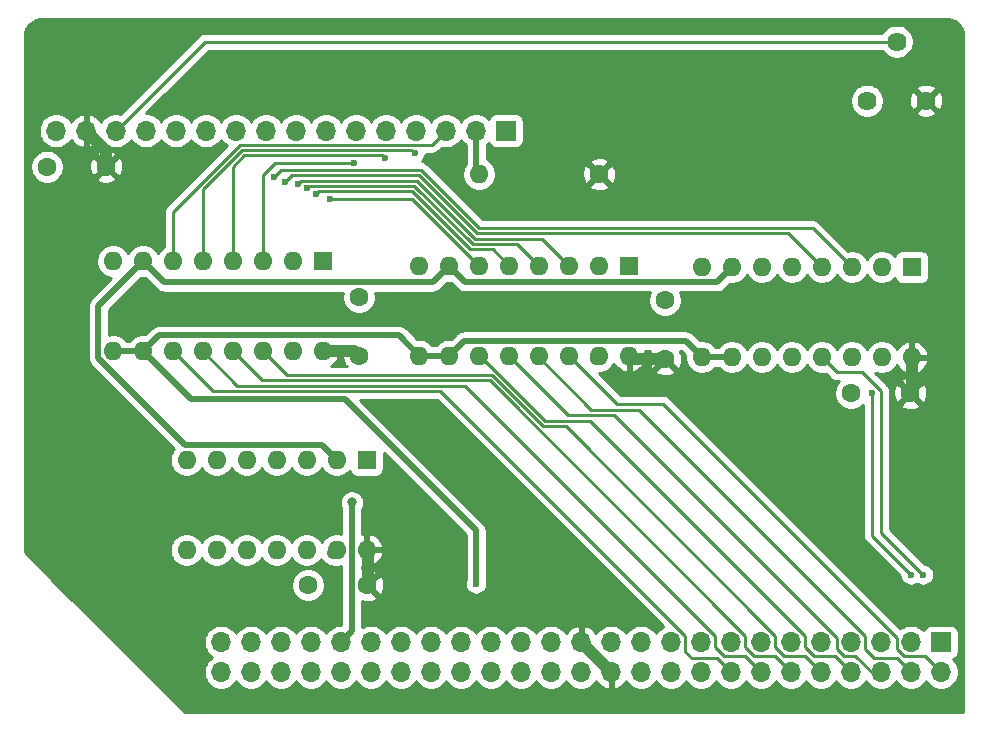
<source format=gbr>
%TF.GenerationSoftware,KiCad,Pcbnew,(5.1.10-1-10_14)*%
%TF.CreationDate,2021-10-31T18:51:05+01:00*%
%TF.ProjectId,lcd_board,6c63645f-626f-4617-9264-2e6b69636164,rev?*%
%TF.SameCoordinates,Original*%
%TF.FileFunction,Copper,L1,Top*%
%TF.FilePolarity,Positive*%
%FSLAX46Y46*%
G04 Gerber Fmt 4.6, Leading zero omitted, Abs format (unit mm)*
G04 Created by KiCad (PCBNEW (5.1.10-1-10_14)) date 2021-10-31 18:51:05*
%MOMM*%
%LPD*%
G01*
G04 APERTURE LIST*
%TA.AperFunction,ComponentPad*%
%ADD10O,1.600000X1.600000*%
%TD*%
%TA.AperFunction,ComponentPad*%
%ADD11C,1.600000*%
%TD*%
%TA.AperFunction,ComponentPad*%
%ADD12C,1.620000*%
%TD*%
%TA.AperFunction,ComponentPad*%
%ADD13R,1.600000X1.600000*%
%TD*%
%TA.AperFunction,ComponentPad*%
%ADD14O,1.700000X1.700000*%
%TD*%
%TA.AperFunction,ComponentPad*%
%ADD15R,1.700000X1.700000*%
%TD*%
%TA.AperFunction,ViaPad*%
%ADD16C,0.800000*%
%TD*%
%TA.AperFunction,ViaPad*%
%ADD17C,0.600000*%
%TD*%
%TA.AperFunction,Conductor*%
%ADD18C,1.000000*%
%TD*%
%TA.AperFunction,Conductor*%
%ADD19C,0.250000*%
%TD*%
%TA.AperFunction,Conductor*%
%ADD20C,0.500000*%
%TD*%
%TA.AperFunction,Conductor*%
%ADD21C,0.254000*%
%TD*%
%TA.AperFunction,Conductor*%
%ADD22C,0.100000*%
%TD*%
G04 APERTURE END LIST*
D10*
%TO.P,R1,2*%
%TO.N,/A*%
X39116000Y46228000D03*
D11*
%TO.P,R1,1*%
%TO.N,+5V*%
X49276000Y46228000D03*
%TD*%
%TO.P,C5,2*%
%TO.N,+5V*%
X7540000Y46863000D03*
%TO.P,C5,1*%
%TO.N,GND*%
X2540000Y46863000D03*
%TD*%
%TO.P,C4,2*%
%TO.N,+5V*%
X54864000Y30560000D03*
%TO.P,C4,1*%
%TO.N,GND*%
X54864000Y35560000D03*
%TD*%
%TO.P,C3,2*%
%TO.N,+5V*%
X75612000Y27686000D03*
%TO.P,C3,1*%
%TO.N,GND*%
X70612000Y27686000D03*
%TD*%
%TO.P,C2,2*%
%TO.N,+5V*%
X28956000Y30814000D03*
%TO.P,C2,1*%
%TO.N,GND*%
X28956000Y35814000D03*
%TD*%
%TO.P,C1,2*%
%TO.N,+5V*%
X29638000Y11430000D03*
%TO.P,C1,1*%
%TO.N,GND*%
X24638000Y11430000D03*
%TD*%
D12*
%TO.P,RV1,1*%
%TO.N,+5V*%
X76962000Y52451000D03*
%TO.P,RV1,2*%
%TO.N,Net-(J2-Pad14)*%
X74462000Y57451000D03*
%TO.P,RV1,3*%
%TO.N,GND*%
X71962000Y52451000D03*
%TD*%
D10*
%TO.P,U4,16*%
%TO.N,+5V*%
X25908000Y31242000D03*
%TO.P,U4,8*%
%TO.N,GND*%
X8128000Y38862000D03*
%TO.P,U4,15*%
X23368000Y31242000D03*
%TO.P,U4,7*%
%TO.N,CLK_INV*%
X10668000Y38862000D03*
%TO.P,U4,14*%
%TO.N,D4*%
X20828000Y31242000D03*
%TO.P,U4,6*%
%TO.N,/D_7*%
X13208000Y38862000D03*
%TO.P,U4,13*%
%TO.N,D5*%
X18288000Y31242000D03*
%TO.P,U4,5*%
%TO.N,/D_6*%
X15748000Y38862000D03*
%TO.P,U4,12*%
%TO.N,D6*%
X15748000Y31242000D03*
%TO.P,U4,4*%
%TO.N,/D_5*%
X18288000Y38862000D03*
%TO.P,U4,11*%
%TO.N,D7*%
X13208000Y31242000D03*
%TO.P,U4,3*%
%TO.N,/D_4*%
X20828000Y38862000D03*
%TO.P,U4,10*%
%TO.N,~SLOT_SEL~*%
X10668000Y31242000D03*
%TO.P,U4,2*%
%TO.N,GND*%
X23368000Y38862000D03*
%TO.P,U4,9*%
%TO.N,~SLOT_SEL~*%
X8128000Y31242000D03*
D13*
%TO.P,U4,1*%
%TO.N,GND*%
X25908000Y38862000D03*
%TD*%
D10*
%TO.P,U3,16*%
%TO.N,+5V*%
X51816000Y30861000D03*
%TO.P,U3,8*%
%TO.N,GND*%
X34036000Y38481000D03*
%TO.P,U3,15*%
X49276000Y30861000D03*
%TO.P,U3,7*%
%TO.N,CLK_INV*%
X36576000Y38481000D03*
%TO.P,U3,14*%
%TO.N,D0*%
X46736000Y30861000D03*
%TO.P,U3,6*%
%TO.N,/D_3*%
X39116000Y38481000D03*
%TO.P,U3,13*%
%TO.N,D1*%
X44196000Y30861000D03*
%TO.P,U3,5*%
%TO.N,/D_2*%
X41656000Y38481000D03*
%TO.P,U3,12*%
%TO.N,D2*%
X41656000Y30861000D03*
%TO.P,U3,4*%
%TO.N,/D_1*%
X44196000Y38481000D03*
%TO.P,U3,11*%
%TO.N,D3*%
X39116000Y30861000D03*
%TO.P,U3,3*%
%TO.N,/D_0*%
X46736000Y38481000D03*
%TO.P,U3,10*%
%TO.N,~SLOT_SEL~*%
X36576000Y30861000D03*
%TO.P,U3,2*%
%TO.N,GND*%
X49276000Y38481000D03*
%TO.P,U3,9*%
%TO.N,~SLOT_SEL~*%
X34036000Y30861000D03*
D13*
%TO.P,U3,1*%
%TO.N,GND*%
X51816000Y38481000D03*
%TD*%
D10*
%TO.P,U2,16*%
%TO.N,+5V*%
X75755500Y30734000D03*
%TO.P,U2,8*%
%TO.N,GND*%
X57975500Y38354000D03*
%TO.P,U2,15*%
X73215500Y30734000D03*
%TO.P,U2,7*%
%TO.N,CLK_INV*%
X60515500Y38354000D03*
%TO.P,U2,14*%
%TO.N,A1*%
X70675500Y30734000D03*
%TO.P,U2,6*%
%TO.N,Net-(U2-Pad6)*%
X63055500Y38354000D03*
%TO.P,U2,13*%
%TO.N,A0*%
X68135500Y30734000D03*
%TO.P,U2,5*%
%TO.N,Net-(U2-Pad5)*%
X65595500Y38354000D03*
%TO.P,U2,12*%
%TO.N,Net-(U2-Pad12)*%
X65595500Y30734000D03*
%TO.P,U2,4*%
%TO.N,/E*%
X68135500Y38354000D03*
%TO.P,U2,11*%
%TO.N,Net-(U2-Pad11)*%
X63055500Y30734000D03*
%TO.P,U2,3*%
%TO.N,/RS*%
X70675500Y38354000D03*
%TO.P,U2,10*%
%TO.N,~SLOT_SEL~*%
X60515500Y30734000D03*
%TO.P,U2,2*%
%TO.N,GND*%
X73215500Y38354000D03*
%TO.P,U2,9*%
%TO.N,~SLOT_SEL~*%
X57975500Y30734000D03*
D13*
%TO.P,U2,1*%
%TO.N,GND*%
X75755500Y38354000D03*
%TD*%
D10*
%TO.P,U1,14*%
%TO.N,+5V*%
X29591000Y14414500D03*
%TO.P,U1,7*%
%TO.N,GND*%
X14351000Y22034500D03*
%TO.P,U1,13*%
X27051000Y14414500D03*
%TO.P,U1,6*%
%TO.N,Net-(U1-Pad6)*%
X16891000Y22034500D03*
%TO.P,U1,12*%
%TO.N,Net-(U1-Pad12)*%
X24511000Y14414500D03*
%TO.P,U1,5*%
%TO.N,GND*%
X19431000Y22034500D03*
%TO.P,U1,11*%
X21971000Y14414500D03*
%TO.P,U1,4*%
%TO.N,Net-(U1-Pad4)*%
X21971000Y22034500D03*
%TO.P,U1,10*%
%TO.N,Net-(U1-Pad10)*%
X19431000Y14414500D03*
%TO.P,U1,3*%
%TO.N,GND*%
X24511000Y22034500D03*
%TO.P,U1,9*%
X16891000Y14414500D03*
%TO.P,U1,2*%
%TO.N,CLK_INV*%
X27051000Y22034500D03*
%TO.P,U1,8*%
%TO.N,Net-(U1-Pad8)*%
X14351000Y14414500D03*
D13*
%TO.P,U1,1*%
%TO.N,CLK*%
X29591000Y22034500D03*
%TD*%
D14*
%TO.P,J2,16*%
%TO.N,GND*%
X3302000Y49911000D03*
%TO.P,J2,15*%
%TO.N,+5V*%
X5842000Y49911000D03*
%TO.P,J2,14*%
%TO.N,Net-(J2-Pad14)*%
X8382000Y49911000D03*
%TO.P,J2,13*%
%TO.N,/RS*%
X10922000Y49911000D03*
%TO.P,J2,12*%
%TO.N,GND*%
X13462000Y49911000D03*
%TO.P,J2,11*%
%TO.N,/E*%
X16002000Y49911000D03*
%TO.P,J2,10*%
%TO.N,/D_0*%
X18542000Y49911000D03*
%TO.P,J2,9*%
%TO.N,/D_1*%
X21082000Y49911000D03*
%TO.P,J2,8*%
%TO.N,/D_2*%
X23622000Y49911000D03*
%TO.P,J2,7*%
%TO.N,/D_3*%
X26162000Y49911000D03*
%TO.P,J2,6*%
%TO.N,/D_4*%
X28702000Y49911000D03*
%TO.P,J2,5*%
%TO.N,/D_5*%
X31242000Y49911000D03*
%TO.P,J2,4*%
%TO.N,/D_6*%
X33782000Y49911000D03*
%TO.P,J2,3*%
%TO.N,/D_7*%
X36322000Y49911000D03*
%TO.P,J2,2*%
%TO.N,/A*%
X38862000Y49911000D03*
D15*
%TO.P,J2,1*%
%TO.N,GND*%
X41402000Y49911000D03*
%TD*%
D14*
%TO.P,J1,50*%
%TO.N,~NMI~*%
X17272000Y4064000D03*
%TO.P,J1,49*%
%TO.N,~RESET~*%
X17272000Y6604000D03*
%TO.P,J1,48*%
%TO.N,~SLOT_IRQ~*%
X19812000Y4064000D03*
%TO.P,J1,47*%
%TO.N,SYNC*%
X19812000Y6604000D03*
%TO.P,J1,46*%
%TO.N,EX3*%
X22352000Y4064000D03*
%TO.P,J1,45*%
%TO.N,~IRQ~*%
X22352000Y6604000D03*
%TO.P,J1,44*%
%TO.N,EX2*%
X24892000Y4064000D03*
%TO.P,J1,43*%
%TO.N,R~W~*%
X24892000Y6604000D03*
%TO.P,J1,42*%
%TO.N,CLK_12M*%
X27432000Y4064000D03*
%TO.P,J1,41*%
%TO.N,CLK*%
X27432000Y6604000D03*
%TO.P,J1,40*%
%TO.N,LED4*%
X29972000Y4064000D03*
%TO.P,J1,39*%
%TO.N,BE*%
X29972000Y6604000D03*
%TO.P,J1,38*%
%TO.N,LED3*%
X32512000Y4064000D03*
%TO.P,J1,37*%
%TO.N,RDY*%
X32512000Y6604000D03*
%TO.P,J1,36*%
%TO.N,LED2*%
X35052000Y4064000D03*
%TO.P,J1,35*%
%TO.N,A15*%
X35052000Y6604000D03*
%TO.P,J1,34*%
%TO.N,LED1*%
X37592000Y4064000D03*
%TO.P,J1,33*%
%TO.N,A14*%
X37592000Y6604000D03*
%TO.P,J1,32*%
%TO.N,~SLOT_SEL~*%
X40132000Y4064000D03*
%TO.P,J1,31*%
%TO.N,A13*%
X40132000Y6604000D03*
%TO.P,J1,30*%
%TO.N,~INH~*%
X42672000Y4064000D03*
%TO.P,J1,29*%
%TO.N,A12*%
X42672000Y6604000D03*
%TO.P,J1,28*%
%TO.N,~SSEL~*%
X45212000Y4064000D03*
%TO.P,J1,27*%
%TO.N,A11*%
X45212000Y6604000D03*
%TO.P,J1,26*%
%TO.N,GND*%
X47752000Y4064000D03*
%TO.P,J1,25*%
%TO.N,+5V*%
X47752000Y6604000D03*
%TO.P,J1,24*%
X50292000Y4064000D03*
%TO.P,J1,23*%
%TO.N,GND*%
X50292000Y6604000D03*
%TO.P,J1,22*%
%TO.N,~SLOW~*%
X52832000Y4064000D03*
%TO.P,J1,21*%
%TO.N,A10*%
X52832000Y6604000D03*
%TO.P,J1,20*%
%TO.N,EX1*%
X55372000Y4064000D03*
%TO.P,J1,19*%
%TO.N,A9*%
X55372000Y6604000D03*
%TO.P,J1,18*%
%TO.N,EX0*%
X57912000Y4064000D03*
%TO.P,J1,17*%
%TO.N,A8*%
X57912000Y6604000D03*
%TO.P,J1,16*%
%TO.N,D7*%
X60452000Y4064000D03*
%TO.P,J1,15*%
%TO.N,A7*%
X60452000Y6604000D03*
%TO.P,J1,14*%
%TO.N,D6*%
X62992000Y4064000D03*
%TO.P,J1,13*%
%TO.N,A6*%
X62992000Y6604000D03*
%TO.P,J1,12*%
%TO.N,D5*%
X65532000Y4064000D03*
%TO.P,J1,11*%
%TO.N,A5*%
X65532000Y6604000D03*
%TO.P,J1,10*%
%TO.N,D4*%
X68072000Y4064000D03*
%TO.P,J1,9*%
%TO.N,A4*%
X68072000Y6604000D03*
%TO.P,J1,8*%
%TO.N,D3*%
X70612000Y4064000D03*
%TO.P,J1,7*%
%TO.N,A3*%
X70612000Y6604000D03*
%TO.P,J1,6*%
%TO.N,D2*%
X73152000Y4064000D03*
%TO.P,J1,5*%
%TO.N,A2*%
X73152000Y6604000D03*
%TO.P,J1,4*%
%TO.N,D1*%
X75692000Y4064000D03*
%TO.P,J1,3*%
%TO.N,A1*%
X75692000Y6604000D03*
%TO.P,J1,2*%
%TO.N,D0*%
X78232000Y4064000D03*
D15*
%TO.P,J1,1*%
%TO.N,A0*%
X78232000Y6604000D03*
%TD*%
D16*
%TO.N,+5V*%
X25908000Y33782000D03*
D17*
%TO.N,A1*%
X75692000Y12319000D03*
X72390000Y27686000D03*
%TO.N,A0*%
X76708000Y12319000D03*
D16*
%TO.N,CLK*%
X28339999Y18433999D03*
D17*
%TO.N,~SLOT_SEL~*%
X38862000Y11556998D03*
%TO.N,/E*%
X22666945Y45532047D03*
%TO.N,/RS*%
X21716996Y45974000D03*
%TO.N,/D_6*%
X33655000Y48006000D03*
%TO.N,/D_5*%
X31178500Y47561500D03*
%TO.N,/D_4*%
X28562925Y47198065D03*
%TO.N,/D_3*%
X26479500Y44132500D03*
%TO.N,/D_2*%
X25336500Y44513500D03*
%TO.N,/D_1*%
X24510965Y45021531D03*
%TO.N,/D_0*%
X23746762Y45404738D03*
%TD*%
D18*
%TO.N,GND*%
X26770000Y14133500D02*
X27051000Y14414500D01*
X48995000Y30580000D02*
X49276000Y30861000D01*
X3148000Y49757000D02*
X3302000Y49911000D01*
%TO.N,+5V*%
X29745000Y14260500D02*
X29591000Y14414500D01*
X29745000Y11620500D02*
X29745000Y14260500D01*
X50292000Y4064000D02*
X47752000Y6604000D01*
X75755500Y27829500D02*
X75755500Y30734000D01*
X75612000Y27686000D02*
X75755500Y27829500D01*
X52117000Y30560000D02*
X51816000Y30861000D01*
X54864000Y30560000D02*
X52117000Y30560000D01*
X28528000Y31242000D02*
X25908000Y31242000D01*
X28956000Y30814000D02*
X28528000Y31242000D01*
X7540000Y48213000D02*
X5842000Y49911000D01*
X7540000Y46863000D02*
X7540000Y48213000D01*
D19*
%TO.N,D7*%
X59276999Y5239001D02*
X57117999Y5239001D01*
X60452000Y4064000D02*
X59276999Y5239001D01*
X57117999Y5239001D02*
X56547001Y5809999D01*
X56547001Y7168001D02*
X35838502Y27876500D01*
X56547001Y5809999D02*
X56547001Y7168001D01*
X16573500Y27876500D02*
X13208000Y31242000D01*
X35838502Y27876500D02*
X16573500Y27876500D01*
%TO.N,D6*%
X62992000Y4064000D02*
X61627001Y5428999D01*
X59887999Y5428999D02*
X59087001Y6229997D01*
X37928491Y28326511D02*
X18663489Y28326511D01*
X59087001Y7168001D02*
X37928491Y28326511D01*
X59087001Y6229997D02*
X59087001Y7168001D01*
X61627001Y5428999D02*
X59887999Y5428999D01*
X18663489Y28326511D02*
X15748000Y31242000D01*
%TO.N,D5*%
X62427999Y5428999D02*
X61627001Y6229997D01*
X64167001Y5428999D02*
X62427999Y5428999D01*
X20753478Y28776522D02*
X18288000Y31242000D01*
X61627001Y7168001D02*
X40018480Y28776522D01*
X65532000Y4064000D02*
X64167001Y5428999D01*
X40018480Y28776522D02*
X20753478Y28776522D01*
X61627001Y6229997D02*
X61627001Y7168001D01*
%TO.N,D4*%
X68072000Y4064000D02*
X66707001Y5428999D01*
X46437491Y24897511D02*
X44533902Y24897511D01*
X66707001Y5428999D02*
X64967999Y5428999D01*
X64967999Y5428999D02*
X64167001Y6229997D01*
X64167001Y7168001D02*
X46437491Y24897511D01*
X64167001Y6229997D02*
X64167001Y7168001D01*
X40204880Y29226533D02*
X22843467Y29226533D01*
X44533902Y24897511D02*
X40204880Y29226533D01*
X22843467Y29226533D02*
X20828000Y31242000D01*
%TO.N,D3*%
X70612000Y4064000D02*
X69247001Y5428999D01*
X69247001Y5428999D02*
X67507999Y5428999D01*
X39206824Y30861000D02*
X39116000Y30861000D01*
X66707001Y6229997D02*
X66707001Y7168001D01*
X66707001Y7168001D02*
X48527480Y25347522D01*
X44720302Y25347522D02*
X39206824Y30861000D01*
X48527480Y25347522D02*
X44720302Y25347522D01*
X67507999Y5428999D02*
X66707001Y6229997D01*
%TO.N,D2*%
X69436999Y6978003D02*
X50570502Y25844500D01*
X69436999Y6039999D02*
X69436999Y6978003D01*
X73152000Y4064000D02*
X72351002Y4064000D01*
X72351002Y4064000D02*
X70986003Y5428999D01*
X70986003Y5428999D02*
X70047999Y5428999D01*
X70047999Y5428999D02*
X69436999Y6039999D01*
X46672500Y25844500D02*
X41656000Y30861000D01*
X50570502Y25844500D02*
X46672500Y25844500D01*
%TO.N,D1*%
X44196000Y30734000D02*
X44196000Y30861000D01*
X74516999Y5239001D02*
X72548499Y5239001D01*
X71787001Y7168001D02*
X52660491Y26294511D01*
X71787001Y6000499D02*
X71787001Y7168001D01*
X72548499Y5239001D02*
X71787001Y6000499D01*
X75692000Y4064000D02*
X74516999Y5239001D01*
X52660491Y26294511D02*
X48635489Y26294511D01*
X48635489Y26294511D02*
X44196000Y30734000D01*
%TO.N,A1*%
X75692000Y12319000D02*
X72390000Y15621000D01*
X72390000Y15621000D02*
X72390000Y27686000D01*
%TO.N,D0*%
X76867001Y5428999D02*
X75127999Y5428999D01*
X54691512Y26803490D02*
X50793510Y26803490D01*
X75127999Y5428999D02*
X74516999Y6039999D01*
X74516999Y6039999D02*
X74516999Y6978003D01*
X78232000Y4064000D02*
X76867001Y5428999D01*
X74516999Y6978003D02*
X54691512Y26803490D01*
X50793510Y26803490D02*
X46736000Y30861000D01*
%TO.N,A0*%
X73152000Y27849004D02*
X73152000Y15875000D01*
X71537004Y29464000D02*
X73152000Y27849004D01*
X73152000Y15875000D02*
X76708000Y12319000D01*
X69405500Y29464000D02*
X71537004Y29464000D01*
X68135500Y30734000D02*
X69405500Y29464000D01*
D20*
%TO.N,CLK*%
X28339999Y7511999D02*
X27432000Y6604000D01*
X28339999Y18433999D02*
X28339999Y7511999D01*
%TO.N,~SLOT_SEL~*%
X8128000Y31242000D02*
X10668000Y31242000D01*
X34036000Y30861000D02*
X36576000Y30861000D01*
X37826001Y32111001D02*
X56598499Y32111001D01*
X56598499Y32111001D02*
X57975500Y30734000D01*
X36576000Y30861000D02*
X37826001Y32111001D01*
X57975500Y30734000D02*
X60515500Y30734000D01*
X32321500Y32575500D02*
X34036000Y30861000D01*
X12001500Y32575500D02*
X32321500Y32575500D01*
X10668000Y31242000D02*
X12001500Y32575500D01*
X38862000Y16065500D02*
X38862000Y11556998D01*
X27749500Y27178000D02*
X38862000Y16065500D01*
X14732000Y27178000D02*
X27749500Y27178000D01*
X10668000Y31242000D02*
X14732000Y27178000D01*
%TO.N,CLK_INV*%
X37953001Y37103999D02*
X59265499Y37103999D01*
X59265499Y37103999D02*
X60515500Y38354000D01*
X36576000Y38481000D02*
X37953001Y37103999D01*
X36576000Y38481000D02*
X35179000Y37084000D01*
X12446000Y37084000D02*
X10668000Y38862000D01*
X35179000Y37084000D02*
X12446000Y37084000D01*
X14235497Y23284501D02*
X25800999Y23284501D01*
X25800999Y23284501D02*
X27051000Y22034500D01*
X6877999Y30641999D02*
X14235497Y23284501D01*
X6877999Y35071999D02*
X6877999Y30641999D01*
X10668000Y38862000D02*
X6877999Y35071999D01*
%TO.N,/A*%
X38862000Y46482000D02*
X38862000Y49911000D01*
X39116000Y46228000D02*
X38862000Y46482000D01*
D19*
%TO.N,/E*%
X68135500Y38354000D02*
X65283511Y41205989D01*
X23257942Y46123044D02*
X22966944Y45832046D01*
X65283511Y41205989D02*
X38936655Y41205989D01*
X38936655Y41205989D02*
X34019600Y46123044D01*
X22966944Y45832046D02*
X22666945Y45532047D01*
X34019600Y46123044D02*
X23257942Y46123044D01*
%TO.N,/RS*%
X22321302Y46578306D02*
X21716996Y45974000D01*
X25215518Y46578306D02*
X22321302Y46578306D01*
X25220769Y46573055D02*
X25215518Y46578306D01*
X34206000Y46573055D02*
X25220769Y46573055D01*
X39123055Y41656000D02*
X34206000Y46573055D01*
X67373500Y41656000D02*
X39123055Y41656000D01*
X70675500Y38354000D02*
X67373500Y41656000D01*
%TO.N,/D_7*%
X13208000Y38862000D02*
X13208000Y43058644D01*
X13208000Y43058644D02*
X18872445Y48723089D01*
X35134089Y48723089D02*
X36322000Y49911000D01*
X18872445Y48723089D02*
X35134089Y48723089D01*
%TO.N,/D_6*%
X15748000Y44962233D02*
X19058845Y48273078D01*
X33387922Y48273078D02*
X33655000Y48006000D01*
X15748000Y38862000D02*
X15748000Y44962233D01*
X19058845Y48273078D02*
X33387922Y48273078D01*
%TO.N,/D_5*%
X30916933Y47823067D02*
X31178500Y47561500D01*
X19245246Y47823067D02*
X30916933Y47823067D01*
X18288000Y46865821D02*
X19245246Y47823067D01*
X18288000Y38862000D02*
X18288000Y46865821D01*
%TO.N,/D_4*%
X20828000Y46165911D02*
X21860154Y47198065D01*
X20828000Y38862000D02*
X20828000Y46165911D01*
X21860154Y47198065D02*
X28562925Y47198065D01*
%TO.N,/D_3*%
X39116000Y38481000D02*
X33464500Y44132500D01*
X33464500Y44132500D02*
X26479500Y44132500D01*
%TO.N,/D_2*%
X33460400Y44773011D02*
X25596011Y44773011D01*
X25596011Y44773011D02*
X25336500Y44513500D01*
X38377455Y39855956D02*
X33460400Y44773011D01*
X40281044Y39855956D02*
X38377455Y39855956D01*
X41656000Y38481000D02*
X40281044Y39855956D01*
%TO.N,/D_1*%
X38563855Y40305967D02*
X33646800Y45223022D01*
X24712456Y45223022D02*
X24510965Y45021531D01*
X44196000Y38481000D02*
X42371033Y40305967D01*
X42371033Y40305967D02*
X38563855Y40305967D01*
X33646800Y45223022D02*
X24712456Y45223022D01*
%TO.N,/D_0*%
X46736000Y38481000D02*
X44461022Y40755978D01*
X38750255Y40755978D02*
X33833200Y45673033D01*
X24015057Y45673033D02*
X23746762Y45404738D01*
X44461022Y40755978D02*
X38750255Y40755978D01*
X33833200Y45673033D02*
X24015057Y45673033D01*
%TO.N,Net-(J2-Pad14)*%
X15922000Y57451000D02*
X8382000Y49911000D01*
X74462000Y57451000D02*
X15922000Y57451000D01*
%TD*%
D21*
%TO.N,+5V*%
X2125353Y59386000D02*
X78646647Y59386000D01*
X78740956Y59395289D01*
X78903542Y59379347D01*
X79183018Y59294969D01*
X79440780Y59157915D01*
X79667015Y58973401D01*
X79853103Y58748460D01*
X79991956Y58491658D01*
X80078282Y58212781D01*
X80096365Y58040731D01*
X80087000Y57945646D01*
X80087001Y685000D01*
X14218381Y685000D01*
X3332046Y11571335D01*
X23203000Y11571335D01*
X23203000Y11288665D01*
X23258147Y11011426D01*
X23366320Y10750273D01*
X23523363Y10515241D01*
X23723241Y10315363D01*
X23958273Y10158320D01*
X24219426Y10050147D01*
X24496665Y9995000D01*
X24779335Y9995000D01*
X25056574Y10050147D01*
X25317727Y10158320D01*
X25552759Y10315363D01*
X25752637Y10515241D01*
X25909680Y10750273D01*
X26017853Y11011426D01*
X26073000Y11288665D01*
X26073000Y11571335D01*
X26017853Y11848574D01*
X25909680Y12109727D01*
X25752637Y12344759D01*
X25552759Y12544637D01*
X25317727Y12701680D01*
X25056574Y12809853D01*
X24779335Y12865000D01*
X24496665Y12865000D01*
X24219426Y12809853D01*
X23958273Y12701680D01*
X23723241Y12544637D01*
X23523363Y12344759D01*
X23366320Y12109727D01*
X23258147Y11848574D01*
X23203000Y11571335D01*
X3332046Y11571335D01*
X685000Y14218380D01*
X685000Y47004335D01*
X1105000Y47004335D01*
X1105000Y46721665D01*
X1160147Y46444426D01*
X1268320Y46183273D01*
X1425363Y45948241D01*
X1625241Y45748363D01*
X1860273Y45591320D01*
X2121426Y45483147D01*
X2398665Y45428000D01*
X2681335Y45428000D01*
X2958574Y45483147D01*
X3219727Y45591320D01*
X3454759Y45748363D01*
X3576694Y45870298D01*
X6726903Y45870298D01*
X6798486Y45626329D01*
X7053996Y45505429D01*
X7328184Y45436700D01*
X7610512Y45422783D01*
X7890130Y45464213D01*
X8156292Y45559397D01*
X8281514Y45626329D01*
X8353097Y45870298D01*
X7540000Y46683395D01*
X6726903Y45870298D01*
X3576694Y45870298D01*
X3654637Y45948241D01*
X3811680Y46183273D01*
X3919853Y46444426D01*
X3975000Y46721665D01*
X3975000Y46792488D01*
X6099783Y46792488D01*
X6141213Y46512870D01*
X6236397Y46246708D01*
X6303329Y46121486D01*
X6547298Y46049903D01*
X7360395Y46863000D01*
X7719605Y46863000D01*
X8532702Y46049903D01*
X8776671Y46121486D01*
X8897571Y46376996D01*
X8966300Y46651184D01*
X8980217Y46933512D01*
X8938787Y47213130D01*
X8843603Y47479292D01*
X8776671Y47604514D01*
X8532702Y47676097D01*
X7719605Y46863000D01*
X7360395Y46863000D01*
X6547298Y47676097D01*
X6303329Y47604514D01*
X6182429Y47349004D01*
X6113700Y47074816D01*
X6099783Y46792488D01*
X3975000Y46792488D01*
X3975000Y47004335D01*
X3919853Y47281574D01*
X3811680Y47542727D01*
X3654637Y47777759D01*
X3576694Y47855702D01*
X6726903Y47855702D01*
X7540000Y47042605D01*
X8353097Y47855702D01*
X8281514Y48099671D01*
X8026004Y48220571D01*
X7751816Y48289300D01*
X7469488Y48303217D01*
X7189870Y48261787D01*
X6923708Y48166603D01*
X6798486Y48099671D01*
X6726903Y47855702D01*
X3576694Y47855702D01*
X3454759Y47977637D01*
X3219727Y48134680D01*
X2958574Y48242853D01*
X2681335Y48298000D01*
X2398665Y48298000D01*
X2121426Y48242853D01*
X1860273Y48134680D01*
X1625241Y47977637D01*
X1425363Y47777759D01*
X1268320Y47542727D01*
X1160147Y47281574D01*
X1105000Y47004335D01*
X685000Y47004335D01*
X685000Y50057260D01*
X1817000Y50057260D01*
X1817000Y49764740D01*
X1874068Y49477842D01*
X1986010Y49207589D01*
X2148525Y48964368D01*
X2355368Y48757525D01*
X2598589Y48595010D01*
X2868842Y48483068D01*
X3155740Y48426000D01*
X3448260Y48426000D01*
X3735158Y48483068D01*
X4005411Y48595010D01*
X4248632Y48757525D01*
X4455475Y48964368D01*
X4577195Y49146534D01*
X4646822Y49029645D01*
X4841731Y48813412D01*
X5075080Y48639359D01*
X5337901Y48514175D01*
X5485110Y48469524D01*
X5715000Y48590845D01*
X5715000Y49784000D01*
X5695000Y49784000D01*
X5695000Y50038000D01*
X5715000Y50038000D01*
X5715000Y51231155D01*
X5969000Y51231155D01*
X5969000Y50038000D01*
X5989000Y50038000D01*
X5989000Y49784000D01*
X5969000Y49784000D01*
X5969000Y48590845D01*
X6198890Y48469524D01*
X6346099Y48514175D01*
X6608920Y48639359D01*
X6842269Y48813412D01*
X7037178Y49029645D01*
X7106805Y49146534D01*
X7228525Y48964368D01*
X7435368Y48757525D01*
X7678589Y48595010D01*
X7948842Y48483068D01*
X8235740Y48426000D01*
X8528260Y48426000D01*
X8815158Y48483068D01*
X9085411Y48595010D01*
X9328632Y48757525D01*
X9535475Y48964368D01*
X9652000Y49138760D01*
X9768525Y48964368D01*
X9975368Y48757525D01*
X10218589Y48595010D01*
X10488842Y48483068D01*
X10775740Y48426000D01*
X11068260Y48426000D01*
X11355158Y48483068D01*
X11625411Y48595010D01*
X11868632Y48757525D01*
X12075475Y48964368D01*
X12192000Y49138760D01*
X12308525Y48964368D01*
X12515368Y48757525D01*
X12758589Y48595010D01*
X13028842Y48483068D01*
X13315740Y48426000D01*
X13608260Y48426000D01*
X13895158Y48483068D01*
X14165411Y48595010D01*
X14408632Y48757525D01*
X14615475Y48964368D01*
X14732000Y49138760D01*
X14848525Y48964368D01*
X15055368Y48757525D01*
X15298589Y48595010D01*
X15568842Y48483068D01*
X15855740Y48426000D01*
X16148260Y48426000D01*
X16435158Y48483068D01*
X16705411Y48595010D01*
X16948632Y48757525D01*
X17155475Y48964368D01*
X17272000Y49138760D01*
X17388525Y48964368D01*
X17595368Y48757525D01*
X17737266Y48662712D01*
X12696998Y43622443D01*
X12668000Y43598645D01*
X12644202Y43569647D01*
X12644201Y43569646D01*
X12573026Y43482920D01*
X12502454Y43350890D01*
X12458998Y43207629D01*
X12444324Y43058644D01*
X12448001Y43021312D01*
X12448000Y40080044D01*
X12293241Y39976637D01*
X12093363Y39776759D01*
X11938000Y39544241D01*
X11782637Y39776759D01*
X11582759Y39976637D01*
X11347727Y40133680D01*
X11086574Y40241853D01*
X10809335Y40297000D01*
X10526665Y40297000D01*
X10249426Y40241853D01*
X9988273Y40133680D01*
X9753241Y39976637D01*
X9553363Y39776759D01*
X9398000Y39544241D01*
X9242637Y39776759D01*
X9042759Y39976637D01*
X8807727Y40133680D01*
X8546574Y40241853D01*
X8269335Y40297000D01*
X7986665Y40297000D01*
X7709426Y40241853D01*
X7448273Y40133680D01*
X7213241Y39976637D01*
X7013363Y39776759D01*
X6856320Y39541727D01*
X6748147Y39280574D01*
X6693000Y39003335D01*
X6693000Y38720665D01*
X6748147Y38443426D01*
X6856320Y38182273D01*
X7013363Y37947241D01*
X7213241Y37747363D01*
X7448273Y37590320D01*
X7709426Y37482147D01*
X7982291Y37427870D01*
X6282955Y35728533D01*
X6249182Y35700816D01*
X6138588Y35566057D01*
X6056410Y35412311D01*
X6005804Y35245488D01*
X5992999Y35115475D01*
X5992999Y35115468D01*
X5988718Y35071999D01*
X5992999Y35028530D01*
X5993000Y30685478D01*
X5988718Y30641999D01*
X6005804Y30468509D01*
X6056411Y30301686D01*
X6138589Y30147940D01*
X6221467Y30046953D01*
X6221470Y30046950D01*
X6249183Y30013182D01*
X6282951Y29985469D01*
X13277762Y22990658D01*
X13236363Y22949259D01*
X13079320Y22714227D01*
X12971147Y22453074D01*
X12916000Y22175835D01*
X12916000Y21893165D01*
X12971147Y21615926D01*
X13079320Y21354773D01*
X13236363Y21119741D01*
X13436241Y20919863D01*
X13671273Y20762820D01*
X13932426Y20654647D01*
X14209665Y20599500D01*
X14492335Y20599500D01*
X14769574Y20654647D01*
X15030727Y20762820D01*
X15265759Y20919863D01*
X15465637Y21119741D01*
X15621000Y21352259D01*
X15776363Y21119741D01*
X15976241Y20919863D01*
X16211273Y20762820D01*
X16472426Y20654647D01*
X16749665Y20599500D01*
X17032335Y20599500D01*
X17309574Y20654647D01*
X17570727Y20762820D01*
X17805759Y20919863D01*
X18005637Y21119741D01*
X18161000Y21352259D01*
X18316363Y21119741D01*
X18516241Y20919863D01*
X18751273Y20762820D01*
X19012426Y20654647D01*
X19289665Y20599500D01*
X19572335Y20599500D01*
X19849574Y20654647D01*
X20110727Y20762820D01*
X20345759Y20919863D01*
X20545637Y21119741D01*
X20701000Y21352259D01*
X20856363Y21119741D01*
X21056241Y20919863D01*
X21291273Y20762820D01*
X21552426Y20654647D01*
X21829665Y20599500D01*
X22112335Y20599500D01*
X22389574Y20654647D01*
X22650727Y20762820D01*
X22885759Y20919863D01*
X23085637Y21119741D01*
X23241000Y21352259D01*
X23396363Y21119741D01*
X23596241Y20919863D01*
X23831273Y20762820D01*
X24092426Y20654647D01*
X24369665Y20599500D01*
X24652335Y20599500D01*
X24929574Y20654647D01*
X25190727Y20762820D01*
X25425759Y20919863D01*
X25625637Y21119741D01*
X25781000Y21352259D01*
X25936363Y21119741D01*
X26136241Y20919863D01*
X26371273Y20762820D01*
X26632426Y20654647D01*
X26909665Y20599500D01*
X27192335Y20599500D01*
X27469574Y20654647D01*
X27730727Y20762820D01*
X27965759Y20919863D01*
X28164357Y21118461D01*
X28165188Y21110018D01*
X28201498Y20990320D01*
X28260463Y20880006D01*
X28339815Y20783315D01*
X28436506Y20703963D01*
X28546820Y20644998D01*
X28666518Y20608688D01*
X28791000Y20596428D01*
X30391000Y20596428D01*
X30515482Y20608688D01*
X30635180Y20644998D01*
X30745494Y20703963D01*
X30842185Y20783315D01*
X30921537Y20880006D01*
X30980502Y20990320D01*
X31016812Y21110018D01*
X31029072Y21234500D01*
X31029072Y22646850D01*
X37977000Y15698921D01*
X37977001Y11863693D01*
X37962932Y11829727D01*
X37927000Y11649087D01*
X37927000Y11464909D01*
X37962932Y11284269D01*
X38033414Y11114109D01*
X38135738Y10960970D01*
X38265972Y10830736D01*
X38419111Y10728412D01*
X38589271Y10657930D01*
X38769911Y10621998D01*
X38954089Y10621998D01*
X39134729Y10657930D01*
X39304889Y10728412D01*
X39458028Y10830736D01*
X39588262Y10960970D01*
X39690586Y11114109D01*
X39761068Y11284269D01*
X39797000Y11464909D01*
X39797000Y11649087D01*
X39761068Y11829727D01*
X39747000Y11863690D01*
X39747000Y16022035D01*
X39751281Y16065501D01*
X39747000Y16108967D01*
X39747000Y16108977D01*
X39734195Y16238990D01*
X39683589Y16405813D01*
X39601411Y16559559D01*
X39490817Y16694317D01*
X39457051Y16722028D01*
X29062578Y27116500D01*
X35523701Y27116500D01*
X54705091Y7935109D01*
X54668589Y7919990D01*
X54425368Y7757475D01*
X54218525Y7550632D01*
X54102000Y7376240D01*
X53985475Y7550632D01*
X53778632Y7757475D01*
X53535411Y7919990D01*
X53265158Y8031932D01*
X52978260Y8089000D01*
X52685740Y8089000D01*
X52398842Y8031932D01*
X52128589Y7919990D01*
X51885368Y7757475D01*
X51678525Y7550632D01*
X51562000Y7376240D01*
X51445475Y7550632D01*
X51238632Y7757475D01*
X50995411Y7919990D01*
X50725158Y8031932D01*
X50438260Y8089000D01*
X50145740Y8089000D01*
X49858842Y8031932D01*
X49588589Y7919990D01*
X49345368Y7757475D01*
X49138525Y7550632D01*
X49016805Y7368466D01*
X48947178Y7485355D01*
X48752269Y7701588D01*
X48518920Y7875641D01*
X48256099Y8000825D01*
X48108890Y8045476D01*
X47879000Y7924155D01*
X47879000Y6731000D01*
X47899000Y6731000D01*
X47899000Y6477000D01*
X47879000Y6477000D01*
X47879000Y6457000D01*
X47625000Y6457000D01*
X47625000Y6477000D01*
X47605000Y6477000D01*
X47605000Y6731000D01*
X47625000Y6731000D01*
X47625000Y7924155D01*
X47395110Y8045476D01*
X47247901Y8000825D01*
X46985080Y7875641D01*
X46751731Y7701588D01*
X46556822Y7485355D01*
X46487195Y7368466D01*
X46365475Y7550632D01*
X46158632Y7757475D01*
X45915411Y7919990D01*
X45645158Y8031932D01*
X45358260Y8089000D01*
X45065740Y8089000D01*
X44778842Y8031932D01*
X44508589Y7919990D01*
X44265368Y7757475D01*
X44058525Y7550632D01*
X43942000Y7376240D01*
X43825475Y7550632D01*
X43618632Y7757475D01*
X43375411Y7919990D01*
X43105158Y8031932D01*
X42818260Y8089000D01*
X42525740Y8089000D01*
X42238842Y8031932D01*
X41968589Y7919990D01*
X41725368Y7757475D01*
X41518525Y7550632D01*
X41402000Y7376240D01*
X41285475Y7550632D01*
X41078632Y7757475D01*
X40835411Y7919990D01*
X40565158Y8031932D01*
X40278260Y8089000D01*
X39985740Y8089000D01*
X39698842Y8031932D01*
X39428589Y7919990D01*
X39185368Y7757475D01*
X38978525Y7550632D01*
X38862000Y7376240D01*
X38745475Y7550632D01*
X38538632Y7757475D01*
X38295411Y7919990D01*
X38025158Y8031932D01*
X37738260Y8089000D01*
X37445740Y8089000D01*
X37158842Y8031932D01*
X36888589Y7919990D01*
X36645368Y7757475D01*
X36438525Y7550632D01*
X36322000Y7376240D01*
X36205475Y7550632D01*
X35998632Y7757475D01*
X35755411Y7919990D01*
X35485158Y8031932D01*
X35198260Y8089000D01*
X34905740Y8089000D01*
X34618842Y8031932D01*
X34348589Y7919990D01*
X34105368Y7757475D01*
X33898525Y7550632D01*
X33782000Y7376240D01*
X33665475Y7550632D01*
X33458632Y7757475D01*
X33215411Y7919990D01*
X32945158Y8031932D01*
X32658260Y8089000D01*
X32365740Y8089000D01*
X32078842Y8031932D01*
X31808589Y7919990D01*
X31565368Y7757475D01*
X31358525Y7550632D01*
X31242000Y7376240D01*
X31125475Y7550632D01*
X30918632Y7757475D01*
X30675411Y7919990D01*
X30405158Y8031932D01*
X30118260Y8089000D01*
X29825740Y8089000D01*
X29538842Y8031932D01*
X29268589Y7919990D01*
X29224999Y7890864D01*
X29224999Y10054130D01*
X29426184Y10003700D01*
X29708512Y9989783D01*
X29988130Y10031213D01*
X30254292Y10126397D01*
X30379514Y10193329D01*
X30451097Y10437298D01*
X29638000Y11250395D01*
X29623858Y11236253D01*
X29444253Y11415858D01*
X29458395Y11430000D01*
X29817605Y11430000D01*
X30630702Y10616903D01*
X30874671Y10688486D01*
X30995571Y10943996D01*
X31064300Y11218184D01*
X31078217Y11500512D01*
X31036787Y11780130D01*
X30941603Y12046292D01*
X30874671Y12171514D01*
X30630702Y12243097D01*
X29817605Y11430000D01*
X29458395Y11430000D01*
X29444253Y11444143D01*
X29623858Y11623748D01*
X29638000Y11609605D01*
X30451097Y12422702D01*
X30379514Y12666671D01*
X30124004Y12787571D01*
X29849816Y12856300D01*
X29567488Y12870217D01*
X29287870Y12828787D01*
X29224999Y12806303D01*
X29224999Y13027741D01*
X29241961Y13022596D01*
X29464000Y13144585D01*
X29464000Y14287500D01*
X29718000Y14287500D01*
X29718000Y13144585D01*
X29940039Y13022596D01*
X30074087Y13063254D01*
X30328420Y13183463D01*
X30554414Y13350981D01*
X30743385Y13559369D01*
X30888070Y13800619D01*
X30982909Y14065460D01*
X30861624Y14287500D01*
X29718000Y14287500D01*
X29464000Y14287500D01*
X29444000Y14287500D01*
X29444000Y14541500D01*
X29464000Y14541500D01*
X29464000Y15684415D01*
X29718000Y15684415D01*
X29718000Y14541500D01*
X30861624Y14541500D01*
X30982909Y14763540D01*
X30888070Y15028381D01*
X30743385Y15269631D01*
X30554414Y15478019D01*
X30328420Y15645537D01*
X30074087Y15765746D01*
X29940039Y15806404D01*
X29718000Y15684415D01*
X29464000Y15684415D01*
X29241961Y15806404D01*
X29224999Y15801259D01*
X29224999Y17895545D01*
X29257204Y17943743D01*
X29335225Y18132101D01*
X29374999Y18332060D01*
X29374999Y18535938D01*
X29335225Y18735897D01*
X29257204Y18924255D01*
X29143936Y19093773D01*
X28999773Y19237936D01*
X28830255Y19351204D01*
X28641897Y19429225D01*
X28441938Y19468999D01*
X28238060Y19468999D01*
X28038101Y19429225D01*
X27849743Y19351204D01*
X27680225Y19237936D01*
X27536062Y19093773D01*
X27422794Y18924255D01*
X27344773Y18735897D01*
X27304999Y18535938D01*
X27304999Y18332060D01*
X27344773Y18132101D01*
X27422794Y17943743D01*
X27454999Y17895545D01*
X27454999Y15797252D01*
X27192335Y15849500D01*
X26909665Y15849500D01*
X26632426Y15794353D01*
X26371273Y15686180D01*
X26136241Y15529137D01*
X25936363Y15329259D01*
X25781000Y15096741D01*
X25625637Y15329259D01*
X25425759Y15529137D01*
X25190727Y15686180D01*
X24929574Y15794353D01*
X24652335Y15849500D01*
X24369665Y15849500D01*
X24092426Y15794353D01*
X23831273Y15686180D01*
X23596241Y15529137D01*
X23396363Y15329259D01*
X23241000Y15096741D01*
X23085637Y15329259D01*
X22885759Y15529137D01*
X22650727Y15686180D01*
X22389574Y15794353D01*
X22112335Y15849500D01*
X21829665Y15849500D01*
X21552426Y15794353D01*
X21291273Y15686180D01*
X21056241Y15529137D01*
X20856363Y15329259D01*
X20701000Y15096741D01*
X20545637Y15329259D01*
X20345759Y15529137D01*
X20110727Y15686180D01*
X19849574Y15794353D01*
X19572335Y15849500D01*
X19289665Y15849500D01*
X19012426Y15794353D01*
X18751273Y15686180D01*
X18516241Y15529137D01*
X18316363Y15329259D01*
X18161000Y15096741D01*
X18005637Y15329259D01*
X17805759Y15529137D01*
X17570727Y15686180D01*
X17309574Y15794353D01*
X17032335Y15849500D01*
X16749665Y15849500D01*
X16472426Y15794353D01*
X16211273Y15686180D01*
X15976241Y15529137D01*
X15776363Y15329259D01*
X15621000Y15096741D01*
X15465637Y15329259D01*
X15265759Y15529137D01*
X15030727Y15686180D01*
X14769574Y15794353D01*
X14492335Y15849500D01*
X14209665Y15849500D01*
X13932426Y15794353D01*
X13671273Y15686180D01*
X13436241Y15529137D01*
X13236363Y15329259D01*
X13079320Y15094227D01*
X12971147Y14833074D01*
X12916000Y14555835D01*
X12916000Y14273165D01*
X12971147Y13995926D01*
X13079320Y13734773D01*
X13236363Y13499741D01*
X13436241Y13299863D01*
X13671273Y13142820D01*
X13932426Y13034647D01*
X14209665Y12979500D01*
X14492335Y12979500D01*
X14769574Y13034647D01*
X15030727Y13142820D01*
X15265759Y13299863D01*
X15465637Y13499741D01*
X15621000Y13732259D01*
X15776363Y13499741D01*
X15976241Y13299863D01*
X16211273Y13142820D01*
X16472426Y13034647D01*
X16749665Y12979500D01*
X17032335Y12979500D01*
X17309574Y13034647D01*
X17570727Y13142820D01*
X17805759Y13299863D01*
X18005637Y13499741D01*
X18161000Y13732259D01*
X18316363Y13499741D01*
X18516241Y13299863D01*
X18751273Y13142820D01*
X19012426Y13034647D01*
X19289665Y12979500D01*
X19572335Y12979500D01*
X19849574Y13034647D01*
X20110727Y13142820D01*
X20345759Y13299863D01*
X20545637Y13499741D01*
X20701000Y13732259D01*
X20856363Y13499741D01*
X21056241Y13299863D01*
X21291273Y13142820D01*
X21552426Y13034647D01*
X21829665Y12979500D01*
X22112335Y12979500D01*
X22389574Y13034647D01*
X22650727Y13142820D01*
X22885759Y13299863D01*
X23085637Y13499741D01*
X23241000Y13732259D01*
X23396363Y13499741D01*
X23596241Y13299863D01*
X23831273Y13142820D01*
X24092426Y13034647D01*
X24369665Y12979500D01*
X24652335Y12979500D01*
X24929574Y13034647D01*
X25190727Y13142820D01*
X25425759Y13299863D01*
X25625637Y13499741D01*
X25734614Y13662836D01*
X25821717Y13499878D01*
X25963552Y13327052D01*
X26136378Y13185217D01*
X26333554Y13079824D01*
X26547502Y13014923D01*
X26770000Y12993009D01*
X26817990Y12997736D01*
X26909665Y12979500D01*
X27192335Y12979500D01*
X27454999Y13031748D01*
X27455000Y8089000D01*
X27285740Y8089000D01*
X26998842Y8031932D01*
X26728589Y7919990D01*
X26485368Y7757475D01*
X26278525Y7550632D01*
X26162000Y7376240D01*
X26045475Y7550632D01*
X25838632Y7757475D01*
X25595411Y7919990D01*
X25325158Y8031932D01*
X25038260Y8089000D01*
X24745740Y8089000D01*
X24458842Y8031932D01*
X24188589Y7919990D01*
X23945368Y7757475D01*
X23738525Y7550632D01*
X23622000Y7376240D01*
X23505475Y7550632D01*
X23298632Y7757475D01*
X23055411Y7919990D01*
X22785158Y8031932D01*
X22498260Y8089000D01*
X22205740Y8089000D01*
X21918842Y8031932D01*
X21648589Y7919990D01*
X21405368Y7757475D01*
X21198525Y7550632D01*
X21082000Y7376240D01*
X20965475Y7550632D01*
X20758632Y7757475D01*
X20515411Y7919990D01*
X20245158Y8031932D01*
X19958260Y8089000D01*
X19665740Y8089000D01*
X19378842Y8031932D01*
X19108589Y7919990D01*
X18865368Y7757475D01*
X18658525Y7550632D01*
X18542000Y7376240D01*
X18425475Y7550632D01*
X18218632Y7757475D01*
X17975411Y7919990D01*
X17705158Y8031932D01*
X17418260Y8089000D01*
X17125740Y8089000D01*
X16838842Y8031932D01*
X16568589Y7919990D01*
X16325368Y7757475D01*
X16118525Y7550632D01*
X15956010Y7307411D01*
X15844068Y7037158D01*
X15787000Y6750260D01*
X15787000Y6457740D01*
X15844068Y6170842D01*
X15956010Y5900589D01*
X16118525Y5657368D01*
X16325368Y5450525D01*
X16499760Y5334000D01*
X16325368Y5217475D01*
X16118525Y5010632D01*
X15956010Y4767411D01*
X15844068Y4497158D01*
X15787000Y4210260D01*
X15787000Y3917740D01*
X15844068Y3630842D01*
X15956010Y3360589D01*
X16118525Y3117368D01*
X16325368Y2910525D01*
X16568589Y2748010D01*
X16838842Y2636068D01*
X17125740Y2579000D01*
X17418260Y2579000D01*
X17705158Y2636068D01*
X17975411Y2748010D01*
X18218632Y2910525D01*
X18425475Y3117368D01*
X18542000Y3291760D01*
X18658525Y3117368D01*
X18865368Y2910525D01*
X19108589Y2748010D01*
X19378842Y2636068D01*
X19665740Y2579000D01*
X19958260Y2579000D01*
X20245158Y2636068D01*
X20515411Y2748010D01*
X20758632Y2910525D01*
X20965475Y3117368D01*
X21082000Y3291760D01*
X21198525Y3117368D01*
X21405368Y2910525D01*
X21648589Y2748010D01*
X21918842Y2636068D01*
X22205740Y2579000D01*
X22498260Y2579000D01*
X22785158Y2636068D01*
X23055411Y2748010D01*
X23298632Y2910525D01*
X23505475Y3117368D01*
X23622000Y3291760D01*
X23738525Y3117368D01*
X23945368Y2910525D01*
X24188589Y2748010D01*
X24458842Y2636068D01*
X24745740Y2579000D01*
X25038260Y2579000D01*
X25325158Y2636068D01*
X25595411Y2748010D01*
X25838632Y2910525D01*
X26045475Y3117368D01*
X26162000Y3291760D01*
X26278525Y3117368D01*
X26485368Y2910525D01*
X26728589Y2748010D01*
X26998842Y2636068D01*
X27285740Y2579000D01*
X27578260Y2579000D01*
X27865158Y2636068D01*
X28135411Y2748010D01*
X28378632Y2910525D01*
X28585475Y3117368D01*
X28702000Y3291760D01*
X28818525Y3117368D01*
X29025368Y2910525D01*
X29268589Y2748010D01*
X29538842Y2636068D01*
X29825740Y2579000D01*
X30118260Y2579000D01*
X30405158Y2636068D01*
X30675411Y2748010D01*
X30918632Y2910525D01*
X31125475Y3117368D01*
X31242000Y3291760D01*
X31358525Y3117368D01*
X31565368Y2910525D01*
X31808589Y2748010D01*
X32078842Y2636068D01*
X32365740Y2579000D01*
X32658260Y2579000D01*
X32945158Y2636068D01*
X33215411Y2748010D01*
X33458632Y2910525D01*
X33665475Y3117368D01*
X33782000Y3291760D01*
X33898525Y3117368D01*
X34105368Y2910525D01*
X34348589Y2748010D01*
X34618842Y2636068D01*
X34905740Y2579000D01*
X35198260Y2579000D01*
X35485158Y2636068D01*
X35755411Y2748010D01*
X35998632Y2910525D01*
X36205475Y3117368D01*
X36322000Y3291760D01*
X36438525Y3117368D01*
X36645368Y2910525D01*
X36888589Y2748010D01*
X37158842Y2636068D01*
X37445740Y2579000D01*
X37738260Y2579000D01*
X38025158Y2636068D01*
X38295411Y2748010D01*
X38538632Y2910525D01*
X38745475Y3117368D01*
X38862000Y3291760D01*
X38978525Y3117368D01*
X39185368Y2910525D01*
X39428589Y2748010D01*
X39698842Y2636068D01*
X39985740Y2579000D01*
X40278260Y2579000D01*
X40565158Y2636068D01*
X40835411Y2748010D01*
X41078632Y2910525D01*
X41285475Y3117368D01*
X41402000Y3291760D01*
X41518525Y3117368D01*
X41725368Y2910525D01*
X41968589Y2748010D01*
X42238842Y2636068D01*
X42525740Y2579000D01*
X42818260Y2579000D01*
X43105158Y2636068D01*
X43375411Y2748010D01*
X43618632Y2910525D01*
X43825475Y3117368D01*
X43942000Y3291760D01*
X44058525Y3117368D01*
X44265368Y2910525D01*
X44508589Y2748010D01*
X44778842Y2636068D01*
X45065740Y2579000D01*
X45358260Y2579000D01*
X45645158Y2636068D01*
X45915411Y2748010D01*
X46158632Y2910525D01*
X46365475Y3117368D01*
X46482000Y3291760D01*
X46598525Y3117368D01*
X46805368Y2910525D01*
X47048589Y2748010D01*
X47318842Y2636068D01*
X47605740Y2579000D01*
X47898260Y2579000D01*
X48185158Y2636068D01*
X48455411Y2748010D01*
X48698632Y2910525D01*
X48905475Y3117368D01*
X49027195Y3299534D01*
X49096822Y3182645D01*
X49291731Y2966412D01*
X49525080Y2792359D01*
X49787901Y2667175D01*
X49935110Y2622524D01*
X50165000Y2743845D01*
X50165000Y3937000D01*
X50145000Y3937000D01*
X50145000Y4191000D01*
X50165000Y4191000D01*
X50165000Y4211000D01*
X50419000Y4211000D01*
X50419000Y4191000D01*
X50439000Y4191000D01*
X50439000Y3937000D01*
X50419000Y3937000D01*
X50419000Y2743845D01*
X50648890Y2622524D01*
X50796099Y2667175D01*
X51058920Y2792359D01*
X51292269Y2966412D01*
X51487178Y3182645D01*
X51556805Y3299534D01*
X51678525Y3117368D01*
X51885368Y2910525D01*
X52128589Y2748010D01*
X52398842Y2636068D01*
X52685740Y2579000D01*
X52978260Y2579000D01*
X53265158Y2636068D01*
X53535411Y2748010D01*
X53778632Y2910525D01*
X53985475Y3117368D01*
X54102000Y3291760D01*
X54218525Y3117368D01*
X54425368Y2910525D01*
X54668589Y2748010D01*
X54938842Y2636068D01*
X55225740Y2579000D01*
X55518260Y2579000D01*
X55805158Y2636068D01*
X56075411Y2748010D01*
X56318632Y2910525D01*
X56525475Y3117368D01*
X56642000Y3291760D01*
X56758525Y3117368D01*
X56965368Y2910525D01*
X57208589Y2748010D01*
X57478842Y2636068D01*
X57765740Y2579000D01*
X58058260Y2579000D01*
X58345158Y2636068D01*
X58615411Y2748010D01*
X58858632Y2910525D01*
X59065475Y3117368D01*
X59182000Y3291760D01*
X59298525Y3117368D01*
X59505368Y2910525D01*
X59748589Y2748010D01*
X60018842Y2636068D01*
X60305740Y2579000D01*
X60598260Y2579000D01*
X60885158Y2636068D01*
X61155411Y2748010D01*
X61398632Y2910525D01*
X61605475Y3117368D01*
X61722000Y3291760D01*
X61838525Y3117368D01*
X62045368Y2910525D01*
X62288589Y2748010D01*
X62558842Y2636068D01*
X62845740Y2579000D01*
X63138260Y2579000D01*
X63425158Y2636068D01*
X63695411Y2748010D01*
X63938632Y2910525D01*
X64145475Y3117368D01*
X64262000Y3291760D01*
X64378525Y3117368D01*
X64585368Y2910525D01*
X64828589Y2748010D01*
X65098842Y2636068D01*
X65385740Y2579000D01*
X65678260Y2579000D01*
X65965158Y2636068D01*
X66235411Y2748010D01*
X66478632Y2910525D01*
X66685475Y3117368D01*
X66802000Y3291760D01*
X66918525Y3117368D01*
X67125368Y2910525D01*
X67368589Y2748010D01*
X67638842Y2636068D01*
X67925740Y2579000D01*
X68218260Y2579000D01*
X68505158Y2636068D01*
X68775411Y2748010D01*
X69018632Y2910525D01*
X69225475Y3117368D01*
X69342000Y3291760D01*
X69458525Y3117368D01*
X69665368Y2910525D01*
X69908589Y2748010D01*
X70178842Y2636068D01*
X70465740Y2579000D01*
X70758260Y2579000D01*
X71045158Y2636068D01*
X71315411Y2748010D01*
X71558632Y2910525D01*
X71765475Y3117368D01*
X71882000Y3291760D01*
X71998525Y3117368D01*
X72205368Y2910525D01*
X72448589Y2748010D01*
X72718842Y2636068D01*
X73005740Y2579000D01*
X73298260Y2579000D01*
X73585158Y2636068D01*
X73855411Y2748010D01*
X74098632Y2910525D01*
X74305475Y3117368D01*
X74422000Y3291760D01*
X74538525Y3117368D01*
X74745368Y2910525D01*
X74988589Y2748010D01*
X75258842Y2636068D01*
X75545740Y2579000D01*
X75838260Y2579000D01*
X76125158Y2636068D01*
X76395411Y2748010D01*
X76638632Y2910525D01*
X76845475Y3117368D01*
X76962000Y3291760D01*
X77078525Y3117368D01*
X77285368Y2910525D01*
X77528589Y2748010D01*
X77798842Y2636068D01*
X78085740Y2579000D01*
X78378260Y2579000D01*
X78665158Y2636068D01*
X78935411Y2748010D01*
X79178632Y2910525D01*
X79385475Y3117368D01*
X79547990Y3360589D01*
X79659932Y3630842D01*
X79717000Y3917740D01*
X79717000Y4210260D01*
X79659932Y4497158D01*
X79547990Y4767411D01*
X79385475Y5010632D01*
X79253620Y5142487D01*
X79326180Y5164498D01*
X79436494Y5223463D01*
X79533185Y5302815D01*
X79612537Y5399506D01*
X79671502Y5509820D01*
X79707812Y5629518D01*
X79720072Y5754000D01*
X79720072Y7454000D01*
X79707812Y7578482D01*
X79671502Y7698180D01*
X79612537Y7808494D01*
X79533185Y7905185D01*
X79436494Y7984537D01*
X79326180Y8043502D01*
X79206482Y8079812D01*
X79082000Y8092072D01*
X77382000Y8092072D01*
X77257518Y8079812D01*
X77137820Y8043502D01*
X77027506Y7984537D01*
X76930815Y7905185D01*
X76851463Y7808494D01*
X76792498Y7698180D01*
X76770487Y7625620D01*
X76638632Y7757475D01*
X76395411Y7919990D01*
X76125158Y8031932D01*
X75838260Y8089000D01*
X75545740Y8089000D01*
X75258842Y8031932D01*
X74988589Y7919990D01*
X74785508Y7784296D01*
X55255316Y27314487D01*
X55231513Y27343491D01*
X55115788Y27438464D01*
X54983759Y27509036D01*
X54840498Y27552493D01*
X54728845Y27563490D01*
X54728834Y27563490D01*
X54691512Y27567166D01*
X54654190Y27563490D01*
X51108312Y27563490D01*
X49245801Y29426000D01*
X49417335Y29426000D01*
X49694574Y29481147D01*
X49955727Y29589320D01*
X50190759Y29746363D01*
X50390637Y29946241D01*
X50547680Y30181273D01*
X50552067Y30191865D01*
X50663615Y30005869D01*
X50852586Y29797481D01*
X51078580Y29629963D01*
X51332913Y29509754D01*
X51466961Y29469096D01*
X51689000Y29591085D01*
X51689000Y30734000D01*
X51943000Y30734000D01*
X51943000Y29591085D01*
X52165039Y29469096D01*
X52299087Y29509754D01*
X52420836Y29567298D01*
X54050903Y29567298D01*
X54122486Y29323329D01*
X54377996Y29202429D01*
X54652184Y29133700D01*
X54934512Y29119783D01*
X55214130Y29161213D01*
X55480292Y29256397D01*
X55605514Y29323329D01*
X55677097Y29567298D01*
X54864000Y30380395D01*
X54050903Y29567298D01*
X52420836Y29567298D01*
X52553420Y29629963D01*
X52779414Y29797481D01*
X52968385Y30005869D01*
X53113070Y30247119D01*
X53207909Y30511960D01*
X53086624Y30734000D01*
X51943000Y30734000D01*
X51689000Y30734000D01*
X51669000Y30734000D01*
X51669000Y30988000D01*
X51689000Y30988000D01*
X51689000Y31008000D01*
X51943000Y31008000D01*
X51943000Y30988000D01*
X53086624Y30988000D01*
X53207909Y31210040D01*
X53202193Y31226001D01*
X53591598Y31226001D01*
X53506429Y31046004D01*
X53437700Y30771816D01*
X53423783Y30489488D01*
X53465213Y30209870D01*
X53560397Y29943708D01*
X53627329Y29818486D01*
X53871298Y29746903D01*
X54684395Y30560000D01*
X54670253Y30574143D01*
X54849858Y30753748D01*
X54864000Y30739605D01*
X54878143Y30753748D01*
X55057748Y30574143D01*
X55043605Y30560000D01*
X55856702Y29746903D01*
X56100671Y29818486D01*
X56221571Y30073996D01*
X56290300Y30348184D01*
X56304217Y30630512D01*
X56262787Y30910130D01*
X56167603Y31176292D01*
X56141033Y31226001D01*
X56231921Y31226001D01*
X56547483Y30910439D01*
X56540500Y30875335D01*
X56540500Y30592665D01*
X56595647Y30315426D01*
X56703820Y30054273D01*
X56860863Y29819241D01*
X57060741Y29619363D01*
X57295773Y29462320D01*
X57556926Y29354147D01*
X57834165Y29299000D01*
X58116835Y29299000D01*
X58394074Y29354147D01*
X58655227Y29462320D01*
X58890259Y29619363D01*
X59090137Y29819241D01*
X59110021Y29849000D01*
X59380979Y29849000D01*
X59400863Y29819241D01*
X59600741Y29619363D01*
X59835773Y29462320D01*
X60096926Y29354147D01*
X60374165Y29299000D01*
X60656835Y29299000D01*
X60934074Y29354147D01*
X61195227Y29462320D01*
X61430259Y29619363D01*
X61630137Y29819241D01*
X61785500Y30051759D01*
X61940863Y29819241D01*
X62140741Y29619363D01*
X62375773Y29462320D01*
X62636926Y29354147D01*
X62914165Y29299000D01*
X63196835Y29299000D01*
X63474074Y29354147D01*
X63735227Y29462320D01*
X63970259Y29619363D01*
X64170137Y29819241D01*
X64325500Y30051759D01*
X64480863Y29819241D01*
X64680741Y29619363D01*
X64915773Y29462320D01*
X65176926Y29354147D01*
X65454165Y29299000D01*
X65736835Y29299000D01*
X66014074Y29354147D01*
X66275227Y29462320D01*
X66510259Y29619363D01*
X66710137Y29819241D01*
X66865500Y30051759D01*
X67020863Y29819241D01*
X67220741Y29619363D01*
X67455773Y29462320D01*
X67716926Y29354147D01*
X67994165Y29299000D01*
X68276835Y29299000D01*
X68459386Y29335312D01*
X68841700Y28952998D01*
X68865499Y28923999D01*
X68981224Y28829026D01*
X69113253Y28758454D01*
X69256514Y28714997D01*
X69368167Y28704000D01*
X69368176Y28704000D01*
X69405499Y28700324D01*
X69442822Y28704000D01*
X69600604Y28704000D01*
X69497363Y28600759D01*
X69340320Y28365727D01*
X69232147Y28104574D01*
X69177000Y27827335D01*
X69177000Y27544665D01*
X69232147Y27267426D01*
X69340320Y27006273D01*
X69497363Y26771241D01*
X69697241Y26571363D01*
X69932273Y26414320D01*
X70193426Y26306147D01*
X70470665Y26251000D01*
X70753335Y26251000D01*
X71030574Y26306147D01*
X71291727Y26414320D01*
X71526759Y26571363D01*
X71630001Y26674605D01*
X71630000Y15658322D01*
X71626324Y15621000D01*
X71630000Y15583678D01*
X71630000Y15583668D01*
X71640997Y15472015D01*
X71651715Y15436683D01*
X71684454Y15328754D01*
X71755026Y15196724D01*
X71794871Y15148174D01*
X71849999Y15080999D01*
X71879003Y15057196D01*
X74768847Y12167351D01*
X74792932Y12046271D01*
X74863414Y11876111D01*
X74965738Y11722972D01*
X75095972Y11592738D01*
X75249111Y11490414D01*
X75419271Y11419932D01*
X75599911Y11384000D01*
X75784089Y11384000D01*
X75964729Y11419932D01*
X76134889Y11490414D01*
X76200000Y11533920D01*
X76265111Y11490414D01*
X76435271Y11419932D01*
X76615911Y11384000D01*
X76800089Y11384000D01*
X76980729Y11419932D01*
X77150889Y11490414D01*
X77304028Y11592738D01*
X77434262Y11722972D01*
X77536586Y11876111D01*
X77607068Y12046271D01*
X77643000Y12226911D01*
X77643000Y12411089D01*
X77607068Y12591729D01*
X77536586Y12761889D01*
X77434262Y12915028D01*
X77304028Y13045262D01*
X77150889Y13147586D01*
X76980729Y13218068D01*
X76859650Y13242152D01*
X73912000Y16189801D01*
X73912000Y26693298D01*
X74798903Y26693298D01*
X74870486Y26449329D01*
X75125996Y26328429D01*
X75400184Y26259700D01*
X75682512Y26245783D01*
X75962130Y26287213D01*
X76228292Y26382397D01*
X76353514Y26449329D01*
X76425097Y26693298D01*
X75612000Y27506395D01*
X74798903Y26693298D01*
X73912000Y26693298D01*
X73912000Y27615488D01*
X74171783Y27615488D01*
X74213213Y27335870D01*
X74308397Y27069708D01*
X74375329Y26944486D01*
X74619298Y26872903D01*
X75432395Y27686000D01*
X75791605Y27686000D01*
X76604702Y26872903D01*
X76848671Y26944486D01*
X76969571Y27199996D01*
X77038300Y27474184D01*
X77052217Y27756512D01*
X77010787Y28036130D01*
X76915603Y28302292D01*
X76848671Y28427514D01*
X76604702Y28499097D01*
X75791605Y27686000D01*
X75432395Y27686000D01*
X74619298Y28499097D01*
X74375329Y28427514D01*
X74254429Y28172004D01*
X74185700Y27897816D01*
X74171783Y27615488D01*
X73912000Y27615488D01*
X73912000Y27811682D01*
X73915676Y27849005D01*
X73912000Y27886328D01*
X73912000Y27886337D01*
X73901003Y27997990D01*
X73857546Y28141251D01*
X73786974Y28273280D01*
X73692001Y28389005D01*
X73663004Y28412802D01*
X73397104Y28678702D01*
X74798903Y28678702D01*
X75612000Y27865605D01*
X76425097Y28678702D01*
X76353514Y28922671D01*
X76098004Y29043571D01*
X75823816Y29112300D01*
X75541488Y29126217D01*
X75261870Y29084787D01*
X74995708Y28989603D01*
X74870486Y28922671D01*
X74798903Y28678702D01*
X73397104Y28678702D01*
X72668436Y29407369D01*
X72796926Y29354147D01*
X73074165Y29299000D01*
X73356835Y29299000D01*
X73634074Y29354147D01*
X73895227Y29462320D01*
X74130259Y29619363D01*
X74330137Y29819241D01*
X74487180Y30054273D01*
X74491567Y30064865D01*
X74603115Y29878869D01*
X74792086Y29670481D01*
X75018080Y29502963D01*
X75272413Y29382754D01*
X75406461Y29342096D01*
X75628500Y29464085D01*
X75628500Y30607000D01*
X75882500Y30607000D01*
X75882500Y29464085D01*
X76104539Y29342096D01*
X76238587Y29382754D01*
X76492920Y29502963D01*
X76718914Y29670481D01*
X76907885Y29878869D01*
X77052570Y30120119D01*
X77147409Y30384960D01*
X77026124Y30607000D01*
X75882500Y30607000D01*
X75628500Y30607000D01*
X75608500Y30607000D01*
X75608500Y30861000D01*
X75628500Y30861000D01*
X75628500Y32003915D01*
X75882500Y32003915D01*
X75882500Y30861000D01*
X77026124Y30861000D01*
X77147409Y31083040D01*
X77052570Y31347881D01*
X76907885Y31589131D01*
X76718914Y31797519D01*
X76492920Y31965037D01*
X76238587Y32085246D01*
X76104539Y32125904D01*
X75882500Y32003915D01*
X75628500Y32003915D01*
X75406461Y32125904D01*
X75272413Y32085246D01*
X75018080Y31965037D01*
X74792086Y31797519D01*
X74603115Y31589131D01*
X74491567Y31403135D01*
X74487180Y31413727D01*
X74330137Y31648759D01*
X74130259Y31848637D01*
X73895227Y32005680D01*
X73634074Y32113853D01*
X73356835Y32169000D01*
X73074165Y32169000D01*
X72796926Y32113853D01*
X72535773Y32005680D01*
X72300741Y31848637D01*
X72100863Y31648759D01*
X71945500Y31416241D01*
X71790137Y31648759D01*
X71590259Y31848637D01*
X71355227Y32005680D01*
X71094074Y32113853D01*
X70816835Y32169000D01*
X70534165Y32169000D01*
X70256926Y32113853D01*
X69995773Y32005680D01*
X69760741Y31848637D01*
X69560863Y31648759D01*
X69405500Y31416241D01*
X69250137Y31648759D01*
X69050259Y31848637D01*
X68815227Y32005680D01*
X68554074Y32113853D01*
X68276835Y32169000D01*
X67994165Y32169000D01*
X67716926Y32113853D01*
X67455773Y32005680D01*
X67220741Y31848637D01*
X67020863Y31648759D01*
X66865500Y31416241D01*
X66710137Y31648759D01*
X66510259Y31848637D01*
X66275227Y32005680D01*
X66014074Y32113853D01*
X65736835Y32169000D01*
X65454165Y32169000D01*
X65176926Y32113853D01*
X64915773Y32005680D01*
X64680741Y31848637D01*
X64480863Y31648759D01*
X64325500Y31416241D01*
X64170137Y31648759D01*
X63970259Y31848637D01*
X63735227Y32005680D01*
X63474074Y32113853D01*
X63196835Y32169000D01*
X62914165Y32169000D01*
X62636926Y32113853D01*
X62375773Y32005680D01*
X62140741Y31848637D01*
X61940863Y31648759D01*
X61785500Y31416241D01*
X61630137Y31648759D01*
X61430259Y31848637D01*
X61195227Y32005680D01*
X60934074Y32113853D01*
X60656835Y32169000D01*
X60374165Y32169000D01*
X60096926Y32113853D01*
X59835773Y32005680D01*
X59600741Y31848637D01*
X59400863Y31648759D01*
X59380979Y31619000D01*
X59110021Y31619000D01*
X59090137Y31648759D01*
X58890259Y31848637D01*
X58655227Y32005680D01*
X58394074Y32113853D01*
X58116835Y32169000D01*
X57834165Y32169000D01*
X57799061Y32162017D01*
X57255033Y32706045D01*
X57227316Y32739818D01*
X57092558Y32850412D01*
X56938812Y32932590D01*
X56771989Y32983196D01*
X56641976Y32996001D01*
X56641968Y32996001D01*
X56598499Y33000282D01*
X56555030Y32996001D01*
X37869466Y32996001D01*
X37826000Y33000282D01*
X37782534Y32996001D01*
X37782524Y32996001D01*
X37652511Y32983196D01*
X37485688Y32932590D01*
X37331942Y32850412D01*
X37331940Y32850411D01*
X37331941Y32850411D01*
X37230954Y32767533D01*
X37230952Y32767531D01*
X37197184Y32739818D01*
X37169471Y32706050D01*
X36752439Y32289017D01*
X36717335Y32296000D01*
X36434665Y32296000D01*
X36157426Y32240853D01*
X35896273Y32132680D01*
X35661241Y31975637D01*
X35461363Y31775759D01*
X35441479Y31746000D01*
X35170521Y31746000D01*
X35150637Y31775759D01*
X34950759Y31975637D01*
X34715727Y32132680D01*
X34454574Y32240853D01*
X34177335Y32296000D01*
X33894665Y32296000D01*
X33859561Y32289017D01*
X32978034Y33170544D01*
X32950317Y33204317D01*
X32815559Y33314911D01*
X32661813Y33397089D01*
X32494990Y33447695D01*
X32364977Y33460500D01*
X32364969Y33460500D01*
X32321500Y33464781D01*
X32278031Y33460500D01*
X12044969Y33460500D01*
X12001500Y33464781D01*
X11958031Y33460500D01*
X11958023Y33460500D01*
X11828010Y33447695D01*
X11661187Y33397089D01*
X11507441Y33314911D01*
X11406453Y33232032D01*
X11406451Y33232030D01*
X11372683Y33204317D01*
X11344970Y33170549D01*
X10844439Y32670017D01*
X10809335Y32677000D01*
X10526665Y32677000D01*
X10249426Y32621853D01*
X9988273Y32513680D01*
X9753241Y32356637D01*
X9553363Y32156759D01*
X9533479Y32127000D01*
X9262521Y32127000D01*
X9242637Y32156759D01*
X9042759Y32356637D01*
X8807727Y32513680D01*
X8546574Y32621853D01*
X8269335Y32677000D01*
X7986665Y32677000D01*
X7762999Y32632509D01*
X7762999Y34705421D01*
X10491561Y37433983D01*
X10526665Y37427000D01*
X10809335Y37427000D01*
X10844439Y37433983D01*
X11789470Y36488951D01*
X11817183Y36455183D01*
X11850951Y36427470D01*
X11850953Y36427468D01*
X11927571Y36364589D01*
X11951941Y36344589D01*
X12105687Y36262411D01*
X12272510Y36211805D01*
X12402523Y36199000D01*
X12402531Y36199000D01*
X12446000Y36194719D01*
X12489469Y36199000D01*
X27569469Y36199000D01*
X27521000Y35955335D01*
X27521000Y35672665D01*
X27576147Y35395426D01*
X27684320Y35134273D01*
X27841363Y34899241D01*
X28041241Y34699363D01*
X28276273Y34542320D01*
X28537426Y34434147D01*
X28814665Y34379000D01*
X29097335Y34379000D01*
X29374574Y34434147D01*
X29635727Y34542320D01*
X29870759Y34699363D01*
X30070637Y34899241D01*
X30227680Y35134273D01*
X30335853Y35395426D01*
X30391000Y35672665D01*
X30391000Y35955335D01*
X30342531Y36199000D01*
X35135531Y36199000D01*
X35179000Y36194719D01*
X35222469Y36199000D01*
X35222477Y36199000D01*
X35352490Y36211805D01*
X35519313Y36262411D01*
X35673059Y36344589D01*
X35807817Y36455183D01*
X35835534Y36488956D01*
X36399561Y37052983D01*
X36434665Y37046000D01*
X36717335Y37046000D01*
X36752439Y37052983D01*
X37296471Y36508950D01*
X37324184Y36475182D01*
X37357952Y36447469D01*
X37357954Y36447467D01*
X37382323Y36427468D01*
X37458942Y36364588D01*
X37612688Y36282410D01*
X37779511Y36231804D01*
X37909524Y36218999D01*
X37909534Y36218999D01*
X37953000Y36214718D01*
X37996466Y36218999D01*
X53583734Y36218999D01*
X53484147Y35978574D01*
X53429000Y35701335D01*
X53429000Y35418665D01*
X53484147Y35141426D01*
X53592320Y34880273D01*
X53749363Y34645241D01*
X53949241Y34445363D01*
X54184273Y34288320D01*
X54445426Y34180147D01*
X54722665Y34125000D01*
X55005335Y34125000D01*
X55282574Y34180147D01*
X55543727Y34288320D01*
X55778759Y34445363D01*
X55978637Y34645241D01*
X56135680Y34880273D01*
X56243853Y35141426D01*
X56299000Y35418665D01*
X56299000Y35701335D01*
X56243853Y35978574D01*
X56144266Y36218999D01*
X59222030Y36218999D01*
X59265499Y36214718D01*
X59308968Y36218999D01*
X59308976Y36218999D01*
X59438989Y36231804D01*
X59605812Y36282410D01*
X59759558Y36364588D01*
X59894316Y36475182D01*
X59922033Y36508955D01*
X60339061Y36925983D01*
X60374165Y36919000D01*
X60656835Y36919000D01*
X60934074Y36974147D01*
X61195227Y37082320D01*
X61430259Y37239363D01*
X61630137Y37439241D01*
X61785500Y37671759D01*
X61940863Y37439241D01*
X62140741Y37239363D01*
X62375773Y37082320D01*
X62636926Y36974147D01*
X62914165Y36919000D01*
X63196835Y36919000D01*
X63474074Y36974147D01*
X63735227Y37082320D01*
X63970259Y37239363D01*
X64170137Y37439241D01*
X64325500Y37671759D01*
X64480863Y37439241D01*
X64680741Y37239363D01*
X64915773Y37082320D01*
X65176926Y36974147D01*
X65454165Y36919000D01*
X65736835Y36919000D01*
X66014074Y36974147D01*
X66275227Y37082320D01*
X66510259Y37239363D01*
X66710137Y37439241D01*
X66865500Y37671759D01*
X67020863Y37439241D01*
X67220741Y37239363D01*
X67455773Y37082320D01*
X67716926Y36974147D01*
X67994165Y36919000D01*
X68276835Y36919000D01*
X68554074Y36974147D01*
X68815227Y37082320D01*
X69050259Y37239363D01*
X69250137Y37439241D01*
X69405500Y37671759D01*
X69560863Y37439241D01*
X69760741Y37239363D01*
X69995773Y37082320D01*
X70256926Y36974147D01*
X70534165Y36919000D01*
X70816835Y36919000D01*
X71094074Y36974147D01*
X71355227Y37082320D01*
X71590259Y37239363D01*
X71790137Y37439241D01*
X71945500Y37671759D01*
X72100863Y37439241D01*
X72300741Y37239363D01*
X72535773Y37082320D01*
X72796926Y36974147D01*
X73074165Y36919000D01*
X73356835Y36919000D01*
X73634074Y36974147D01*
X73895227Y37082320D01*
X74130259Y37239363D01*
X74328857Y37437961D01*
X74329688Y37429518D01*
X74365998Y37309820D01*
X74424963Y37199506D01*
X74504315Y37102815D01*
X74601006Y37023463D01*
X74711320Y36964498D01*
X74831018Y36928188D01*
X74955500Y36915928D01*
X76555500Y36915928D01*
X76679982Y36928188D01*
X76799680Y36964498D01*
X76909994Y37023463D01*
X77006685Y37102815D01*
X77086037Y37199506D01*
X77145002Y37309820D01*
X77181312Y37429518D01*
X77193572Y37554000D01*
X77193572Y39154000D01*
X77181312Y39278482D01*
X77145002Y39398180D01*
X77086037Y39508494D01*
X77006685Y39605185D01*
X76909994Y39684537D01*
X76799680Y39743502D01*
X76679982Y39779812D01*
X76555500Y39792072D01*
X74955500Y39792072D01*
X74831018Y39779812D01*
X74711320Y39743502D01*
X74601006Y39684537D01*
X74504315Y39605185D01*
X74424963Y39508494D01*
X74365998Y39398180D01*
X74329688Y39278482D01*
X74328857Y39270039D01*
X74130259Y39468637D01*
X73895227Y39625680D01*
X73634074Y39733853D01*
X73356835Y39789000D01*
X73074165Y39789000D01*
X72796926Y39733853D01*
X72535773Y39625680D01*
X72300741Y39468637D01*
X72100863Y39268759D01*
X71945500Y39036241D01*
X71790137Y39268759D01*
X71590259Y39468637D01*
X71355227Y39625680D01*
X71094074Y39733853D01*
X70816835Y39789000D01*
X70534165Y39789000D01*
X70351614Y39752688D01*
X67937304Y42166997D01*
X67913501Y42196001D01*
X67797776Y42290974D01*
X67665747Y42361546D01*
X67522486Y42405003D01*
X67410833Y42416000D01*
X67410822Y42416000D01*
X67373500Y42419676D01*
X67336178Y42416000D01*
X39437857Y42416000D01*
X34769804Y47084052D01*
X34746001Y47113056D01*
X34630276Y47208029D01*
X34498247Y47278601D01*
X34354986Y47322058D01*
X34298875Y47327585D01*
X34381262Y47409972D01*
X34483586Y47563111D01*
X34554068Y47733271D01*
X34590000Y47913911D01*
X34590000Y47963089D01*
X35096767Y47963089D01*
X35134089Y47959413D01*
X35171411Y47963089D01*
X35171422Y47963089D01*
X35283075Y47974086D01*
X35426336Y48017543D01*
X35558365Y48088115D01*
X35674090Y48183088D01*
X35697893Y48212092D01*
X35955592Y48469791D01*
X36175740Y48426000D01*
X36468260Y48426000D01*
X36755158Y48483068D01*
X37025411Y48595010D01*
X37268632Y48757525D01*
X37475475Y48964368D01*
X37592000Y49138760D01*
X37708525Y48964368D01*
X37915368Y48757525D01*
X37977001Y48716343D01*
X37977000Y47106297D01*
X37844320Y46907727D01*
X37736147Y46646574D01*
X37681000Y46369335D01*
X37681000Y46086665D01*
X37736147Y45809426D01*
X37844320Y45548273D01*
X38001363Y45313241D01*
X38201241Y45113363D01*
X38436273Y44956320D01*
X38697426Y44848147D01*
X38974665Y44793000D01*
X39257335Y44793000D01*
X39534574Y44848147D01*
X39795727Y44956320D01*
X40030759Y45113363D01*
X40152694Y45235298D01*
X48462903Y45235298D01*
X48534486Y44991329D01*
X48789996Y44870429D01*
X49064184Y44801700D01*
X49346512Y44787783D01*
X49626130Y44829213D01*
X49892292Y44924397D01*
X50017514Y44991329D01*
X50089097Y45235298D01*
X49276000Y46048395D01*
X48462903Y45235298D01*
X40152694Y45235298D01*
X40230637Y45313241D01*
X40387680Y45548273D01*
X40495853Y45809426D01*
X40551000Y46086665D01*
X40551000Y46157488D01*
X47835783Y46157488D01*
X47877213Y45877870D01*
X47972397Y45611708D01*
X48039329Y45486486D01*
X48283298Y45414903D01*
X49096395Y46228000D01*
X49455605Y46228000D01*
X50268702Y45414903D01*
X50512671Y45486486D01*
X50633571Y45741996D01*
X50702300Y46016184D01*
X50716217Y46298512D01*
X50674787Y46578130D01*
X50579603Y46844292D01*
X50512671Y46969514D01*
X50268702Y47041097D01*
X49455605Y46228000D01*
X49096395Y46228000D01*
X48283298Y47041097D01*
X48039329Y46969514D01*
X47918429Y46714004D01*
X47849700Y46439816D01*
X47835783Y46157488D01*
X40551000Y46157488D01*
X40551000Y46369335D01*
X40495853Y46646574D01*
X40387680Y46907727D01*
X40230637Y47142759D01*
X40152694Y47220702D01*
X48462903Y47220702D01*
X49276000Y46407605D01*
X50089097Y47220702D01*
X50017514Y47464671D01*
X49762004Y47585571D01*
X49487816Y47654300D01*
X49205488Y47668217D01*
X48925870Y47626787D01*
X48659708Y47531603D01*
X48534486Y47464671D01*
X48462903Y47220702D01*
X40152694Y47220702D01*
X40030759Y47342637D01*
X39795727Y47499680D01*
X39747000Y47519863D01*
X39747000Y48716344D01*
X39808632Y48757525D01*
X39940487Y48889380D01*
X39962498Y48816820D01*
X40021463Y48706506D01*
X40100815Y48609815D01*
X40197506Y48530463D01*
X40307820Y48471498D01*
X40427518Y48435188D01*
X40552000Y48422928D01*
X42252000Y48422928D01*
X42376482Y48435188D01*
X42496180Y48471498D01*
X42606494Y48530463D01*
X42703185Y48609815D01*
X42782537Y48706506D01*
X42841502Y48816820D01*
X42877812Y48936518D01*
X42890072Y49061000D01*
X42890072Y50761000D01*
X42877812Y50885482D01*
X42841502Y51005180D01*
X42782537Y51115494D01*
X42703185Y51212185D01*
X42606494Y51291537D01*
X42496180Y51350502D01*
X42376482Y51386812D01*
X42252000Y51399072D01*
X40552000Y51399072D01*
X40427518Y51386812D01*
X40307820Y51350502D01*
X40197506Y51291537D01*
X40100815Y51212185D01*
X40021463Y51115494D01*
X39962498Y51005180D01*
X39940487Y50932620D01*
X39808632Y51064475D01*
X39565411Y51226990D01*
X39295158Y51338932D01*
X39008260Y51396000D01*
X38715740Y51396000D01*
X38428842Y51338932D01*
X38158589Y51226990D01*
X37915368Y51064475D01*
X37708525Y50857632D01*
X37592000Y50683240D01*
X37475475Y50857632D01*
X37268632Y51064475D01*
X37025411Y51226990D01*
X36755158Y51338932D01*
X36468260Y51396000D01*
X36175740Y51396000D01*
X35888842Y51338932D01*
X35618589Y51226990D01*
X35375368Y51064475D01*
X35168525Y50857632D01*
X35052000Y50683240D01*
X34935475Y50857632D01*
X34728632Y51064475D01*
X34485411Y51226990D01*
X34215158Y51338932D01*
X33928260Y51396000D01*
X33635740Y51396000D01*
X33348842Y51338932D01*
X33078589Y51226990D01*
X32835368Y51064475D01*
X32628525Y50857632D01*
X32512000Y50683240D01*
X32395475Y50857632D01*
X32188632Y51064475D01*
X31945411Y51226990D01*
X31675158Y51338932D01*
X31388260Y51396000D01*
X31095740Y51396000D01*
X30808842Y51338932D01*
X30538589Y51226990D01*
X30295368Y51064475D01*
X30088525Y50857632D01*
X29972000Y50683240D01*
X29855475Y50857632D01*
X29648632Y51064475D01*
X29405411Y51226990D01*
X29135158Y51338932D01*
X28848260Y51396000D01*
X28555740Y51396000D01*
X28268842Y51338932D01*
X27998589Y51226990D01*
X27755368Y51064475D01*
X27548525Y50857632D01*
X27432000Y50683240D01*
X27315475Y50857632D01*
X27108632Y51064475D01*
X26865411Y51226990D01*
X26595158Y51338932D01*
X26308260Y51396000D01*
X26015740Y51396000D01*
X25728842Y51338932D01*
X25458589Y51226990D01*
X25215368Y51064475D01*
X25008525Y50857632D01*
X24892000Y50683240D01*
X24775475Y50857632D01*
X24568632Y51064475D01*
X24325411Y51226990D01*
X24055158Y51338932D01*
X23768260Y51396000D01*
X23475740Y51396000D01*
X23188842Y51338932D01*
X22918589Y51226990D01*
X22675368Y51064475D01*
X22468525Y50857632D01*
X22352000Y50683240D01*
X22235475Y50857632D01*
X22028632Y51064475D01*
X21785411Y51226990D01*
X21515158Y51338932D01*
X21228260Y51396000D01*
X20935740Y51396000D01*
X20648842Y51338932D01*
X20378589Y51226990D01*
X20135368Y51064475D01*
X19928525Y50857632D01*
X19812000Y50683240D01*
X19695475Y50857632D01*
X19488632Y51064475D01*
X19245411Y51226990D01*
X18975158Y51338932D01*
X18688260Y51396000D01*
X18395740Y51396000D01*
X18108842Y51338932D01*
X17838589Y51226990D01*
X17595368Y51064475D01*
X17388525Y50857632D01*
X17272000Y50683240D01*
X17155475Y50857632D01*
X16948632Y51064475D01*
X16705411Y51226990D01*
X16435158Y51338932D01*
X16148260Y51396000D01*
X15855740Y51396000D01*
X15568842Y51338932D01*
X15298589Y51226990D01*
X15055368Y51064475D01*
X14848525Y50857632D01*
X14732000Y50683240D01*
X14615475Y50857632D01*
X14408632Y51064475D01*
X14165411Y51226990D01*
X13895158Y51338932D01*
X13608260Y51396000D01*
X13315740Y51396000D01*
X13028842Y51338932D01*
X12758589Y51226990D01*
X12515368Y51064475D01*
X12308525Y50857632D01*
X12192000Y50683240D01*
X12075475Y50857632D01*
X11868632Y51064475D01*
X11625411Y51226990D01*
X11355158Y51338932D01*
X11068260Y51396000D01*
X10941801Y51396000D01*
X12139121Y52593320D01*
X70517000Y52593320D01*
X70517000Y52308680D01*
X70572530Y52029509D01*
X70681457Y51766536D01*
X70839595Y51529866D01*
X71040866Y51328595D01*
X71277536Y51170457D01*
X71540509Y51061530D01*
X71819680Y51006000D01*
X72104320Y51006000D01*
X72383491Y51061530D01*
X72646464Y51170457D01*
X72883134Y51328595D01*
X73005696Y51451157D01*
X76141762Y51451157D01*
X76214556Y51206168D01*
X76471773Y51084267D01*
X76747829Y51014890D01*
X77032115Y51000702D01*
X77313706Y51042248D01*
X77581783Y51137932D01*
X77709444Y51206168D01*
X77782238Y51451157D01*
X76962000Y52271395D01*
X76141762Y51451157D01*
X73005696Y51451157D01*
X73084405Y51529866D01*
X73242543Y51766536D01*
X73351470Y52029509D01*
X73407000Y52308680D01*
X73407000Y52380885D01*
X75511702Y52380885D01*
X75553248Y52099294D01*
X75648932Y51831217D01*
X75717168Y51703556D01*
X75962157Y51630762D01*
X76782395Y52451000D01*
X77141605Y52451000D01*
X77961843Y51630762D01*
X78206832Y51703556D01*
X78328733Y51960773D01*
X78398110Y52236829D01*
X78412298Y52521115D01*
X78370752Y52802706D01*
X78275068Y53070783D01*
X78206832Y53198444D01*
X77961843Y53271238D01*
X77141605Y52451000D01*
X76782395Y52451000D01*
X75962157Y53271238D01*
X75717168Y53198444D01*
X75595267Y52941227D01*
X75525890Y52665171D01*
X75511702Y52380885D01*
X73407000Y52380885D01*
X73407000Y52593320D01*
X73351470Y52872491D01*
X73242543Y53135464D01*
X73084405Y53372134D01*
X73005696Y53450843D01*
X76141762Y53450843D01*
X76962000Y52630605D01*
X77782238Y53450843D01*
X77709444Y53695832D01*
X77452227Y53817733D01*
X77176171Y53887110D01*
X76891885Y53901298D01*
X76610294Y53859752D01*
X76342217Y53764068D01*
X76214556Y53695832D01*
X76141762Y53450843D01*
X73005696Y53450843D01*
X72883134Y53573405D01*
X72646464Y53731543D01*
X72383491Y53840470D01*
X72104320Y53896000D01*
X71819680Y53896000D01*
X71540509Y53840470D01*
X71277536Y53731543D01*
X71040866Y53573405D01*
X70839595Y53372134D01*
X70681457Y53135464D01*
X70572530Y52872491D01*
X70517000Y52593320D01*
X12139121Y52593320D01*
X16236802Y56691000D01*
X73231929Y56691000D01*
X73339595Y56529866D01*
X73540866Y56328595D01*
X73777536Y56170457D01*
X74040509Y56061530D01*
X74319680Y56006000D01*
X74604320Y56006000D01*
X74883491Y56061530D01*
X75146464Y56170457D01*
X75383134Y56328595D01*
X75584405Y56529866D01*
X75742543Y56766536D01*
X75851470Y57029509D01*
X75907000Y57308680D01*
X75907000Y57593320D01*
X75851470Y57872491D01*
X75742543Y58135464D01*
X75584405Y58372134D01*
X75383134Y58573405D01*
X75146464Y58731543D01*
X74883491Y58840470D01*
X74604320Y58896000D01*
X74319680Y58896000D01*
X74040509Y58840470D01*
X73777536Y58731543D01*
X73540866Y58573405D01*
X73339595Y58372134D01*
X73231929Y58211000D01*
X15959322Y58211000D01*
X15921999Y58214676D01*
X15884676Y58211000D01*
X15884667Y58211000D01*
X15773014Y58200003D01*
X15629753Y58156546D01*
X15497724Y58085974D01*
X15381999Y57991001D01*
X15358201Y57962003D01*
X8748408Y51352209D01*
X8528260Y51396000D01*
X8235740Y51396000D01*
X7948842Y51338932D01*
X7678589Y51226990D01*
X7435368Y51064475D01*
X7228525Y50857632D01*
X7106805Y50675466D01*
X7037178Y50792355D01*
X6842269Y51008588D01*
X6608920Y51182641D01*
X6346099Y51307825D01*
X6198890Y51352476D01*
X5969000Y51231155D01*
X5715000Y51231155D01*
X5485110Y51352476D01*
X5337901Y51307825D01*
X5075080Y51182641D01*
X4841731Y51008588D01*
X4646822Y50792355D01*
X4577195Y50675466D01*
X4455475Y50857632D01*
X4248632Y51064475D01*
X4005411Y51226990D01*
X3735158Y51338932D01*
X3448260Y51396000D01*
X3155740Y51396000D01*
X2868842Y51338932D01*
X2598589Y51226990D01*
X2355368Y51064475D01*
X2148525Y50857632D01*
X1986010Y50614411D01*
X1874068Y50344158D01*
X1817000Y50057260D01*
X685000Y50057260D01*
X685000Y57945647D01*
X675711Y58039956D01*
X691653Y58202542D01*
X776031Y58482018D01*
X913085Y58739780D01*
X1097599Y58966015D01*
X1322540Y59152103D01*
X1579342Y59290956D01*
X1858219Y59377282D01*
X2030268Y59395365D01*
X2125353Y59386000D01*
%TA.AperFunction,Conductor*%
D22*
G36*
X2125353Y59386000D02*
G01*
X78646647Y59386000D01*
X78740956Y59395289D01*
X78903542Y59379347D01*
X79183018Y59294969D01*
X79440780Y59157915D01*
X79667015Y58973401D01*
X79853103Y58748460D01*
X79991956Y58491658D01*
X80078282Y58212781D01*
X80096365Y58040731D01*
X80087000Y57945646D01*
X80087001Y685000D01*
X14218381Y685000D01*
X3332046Y11571335D01*
X23203000Y11571335D01*
X23203000Y11288665D01*
X23258147Y11011426D01*
X23366320Y10750273D01*
X23523363Y10515241D01*
X23723241Y10315363D01*
X23958273Y10158320D01*
X24219426Y10050147D01*
X24496665Y9995000D01*
X24779335Y9995000D01*
X25056574Y10050147D01*
X25317727Y10158320D01*
X25552759Y10315363D01*
X25752637Y10515241D01*
X25909680Y10750273D01*
X26017853Y11011426D01*
X26073000Y11288665D01*
X26073000Y11571335D01*
X26017853Y11848574D01*
X25909680Y12109727D01*
X25752637Y12344759D01*
X25552759Y12544637D01*
X25317727Y12701680D01*
X25056574Y12809853D01*
X24779335Y12865000D01*
X24496665Y12865000D01*
X24219426Y12809853D01*
X23958273Y12701680D01*
X23723241Y12544637D01*
X23523363Y12344759D01*
X23366320Y12109727D01*
X23258147Y11848574D01*
X23203000Y11571335D01*
X3332046Y11571335D01*
X685000Y14218380D01*
X685000Y47004335D01*
X1105000Y47004335D01*
X1105000Y46721665D01*
X1160147Y46444426D01*
X1268320Y46183273D01*
X1425363Y45948241D01*
X1625241Y45748363D01*
X1860273Y45591320D01*
X2121426Y45483147D01*
X2398665Y45428000D01*
X2681335Y45428000D01*
X2958574Y45483147D01*
X3219727Y45591320D01*
X3454759Y45748363D01*
X3576694Y45870298D01*
X6726903Y45870298D01*
X6798486Y45626329D01*
X7053996Y45505429D01*
X7328184Y45436700D01*
X7610512Y45422783D01*
X7890130Y45464213D01*
X8156292Y45559397D01*
X8281514Y45626329D01*
X8353097Y45870298D01*
X7540000Y46683395D01*
X6726903Y45870298D01*
X3576694Y45870298D01*
X3654637Y45948241D01*
X3811680Y46183273D01*
X3919853Y46444426D01*
X3975000Y46721665D01*
X3975000Y46792488D01*
X6099783Y46792488D01*
X6141213Y46512870D01*
X6236397Y46246708D01*
X6303329Y46121486D01*
X6547298Y46049903D01*
X7360395Y46863000D01*
X7719605Y46863000D01*
X8532702Y46049903D01*
X8776671Y46121486D01*
X8897571Y46376996D01*
X8966300Y46651184D01*
X8980217Y46933512D01*
X8938787Y47213130D01*
X8843603Y47479292D01*
X8776671Y47604514D01*
X8532702Y47676097D01*
X7719605Y46863000D01*
X7360395Y46863000D01*
X6547298Y47676097D01*
X6303329Y47604514D01*
X6182429Y47349004D01*
X6113700Y47074816D01*
X6099783Y46792488D01*
X3975000Y46792488D01*
X3975000Y47004335D01*
X3919853Y47281574D01*
X3811680Y47542727D01*
X3654637Y47777759D01*
X3576694Y47855702D01*
X6726903Y47855702D01*
X7540000Y47042605D01*
X8353097Y47855702D01*
X8281514Y48099671D01*
X8026004Y48220571D01*
X7751816Y48289300D01*
X7469488Y48303217D01*
X7189870Y48261787D01*
X6923708Y48166603D01*
X6798486Y48099671D01*
X6726903Y47855702D01*
X3576694Y47855702D01*
X3454759Y47977637D01*
X3219727Y48134680D01*
X2958574Y48242853D01*
X2681335Y48298000D01*
X2398665Y48298000D01*
X2121426Y48242853D01*
X1860273Y48134680D01*
X1625241Y47977637D01*
X1425363Y47777759D01*
X1268320Y47542727D01*
X1160147Y47281574D01*
X1105000Y47004335D01*
X685000Y47004335D01*
X685000Y50057260D01*
X1817000Y50057260D01*
X1817000Y49764740D01*
X1874068Y49477842D01*
X1986010Y49207589D01*
X2148525Y48964368D01*
X2355368Y48757525D01*
X2598589Y48595010D01*
X2868842Y48483068D01*
X3155740Y48426000D01*
X3448260Y48426000D01*
X3735158Y48483068D01*
X4005411Y48595010D01*
X4248632Y48757525D01*
X4455475Y48964368D01*
X4577195Y49146534D01*
X4646822Y49029645D01*
X4841731Y48813412D01*
X5075080Y48639359D01*
X5337901Y48514175D01*
X5485110Y48469524D01*
X5715000Y48590845D01*
X5715000Y49784000D01*
X5695000Y49784000D01*
X5695000Y50038000D01*
X5715000Y50038000D01*
X5715000Y51231155D01*
X5969000Y51231155D01*
X5969000Y50038000D01*
X5989000Y50038000D01*
X5989000Y49784000D01*
X5969000Y49784000D01*
X5969000Y48590845D01*
X6198890Y48469524D01*
X6346099Y48514175D01*
X6608920Y48639359D01*
X6842269Y48813412D01*
X7037178Y49029645D01*
X7106805Y49146534D01*
X7228525Y48964368D01*
X7435368Y48757525D01*
X7678589Y48595010D01*
X7948842Y48483068D01*
X8235740Y48426000D01*
X8528260Y48426000D01*
X8815158Y48483068D01*
X9085411Y48595010D01*
X9328632Y48757525D01*
X9535475Y48964368D01*
X9652000Y49138760D01*
X9768525Y48964368D01*
X9975368Y48757525D01*
X10218589Y48595010D01*
X10488842Y48483068D01*
X10775740Y48426000D01*
X11068260Y48426000D01*
X11355158Y48483068D01*
X11625411Y48595010D01*
X11868632Y48757525D01*
X12075475Y48964368D01*
X12192000Y49138760D01*
X12308525Y48964368D01*
X12515368Y48757525D01*
X12758589Y48595010D01*
X13028842Y48483068D01*
X13315740Y48426000D01*
X13608260Y48426000D01*
X13895158Y48483068D01*
X14165411Y48595010D01*
X14408632Y48757525D01*
X14615475Y48964368D01*
X14732000Y49138760D01*
X14848525Y48964368D01*
X15055368Y48757525D01*
X15298589Y48595010D01*
X15568842Y48483068D01*
X15855740Y48426000D01*
X16148260Y48426000D01*
X16435158Y48483068D01*
X16705411Y48595010D01*
X16948632Y48757525D01*
X17155475Y48964368D01*
X17272000Y49138760D01*
X17388525Y48964368D01*
X17595368Y48757525D01*
X17737266Y48662712D01*
X12696998Y43622443D01*
X12668000Y43598645D01*
X12644202Y43569647D01*
X12644201Y43569646D01*
X12573026Y43482920D01*
X12502454Y43350890D01*
X12458998Y43207629D01*
X12444324Y43058644D01*
X12448001Y43021312D01*
X12448000Y40080044D01*
X12293241Y39976637D01*
X12093363Y39776759D01*
X11938000Y39544241D01*
X11782637Y39776759D01*
X11582759Y39976637D01*
X11347727Y40133680D01*
X11086574Y40241853D01*
X10809335Y40297000D01*
X10526665Y40297000D01*
X10249426Y40241853D01*
X9988273Y40133680D01*
X9753241Y39976637D01*
X9553363Y39776759D01*
X9398000Y39544241D01*
X9242637Y39776759D01*
X9042759Y39976637D01*
X8807727Y40133680D01*
X8546574Y40241853D01*
X8269335Y40297000D01*
X7986665Y40297000D01*
X7709426Y40241853D01*
X7448273Y40133680D01*
X7213241Y39976637D01*
X7013363Y39776759D01*
X6856320Y39541727D01*
X6748147Y39280574D01*
X6693000Y39003335D01*
X6693000Y38720665D01*
X6748147Y38443426D01*
X6856320Y38182273D01*
X7013363Y37947241D01*
X7213241Y37747363D01*
X7448273Y37590320D01*
X7709426Y37482147D01*
X7982291Y37427870D01*
X6282955Y35728533D01*
X6249182Y35700816D01*
X6138588Y35566057D01*
X6056410Y35412311D01*
X6005804Y35245488D01*
X5992999Y35115475D01*
X5992999Y35115468D01*
X5988718Y35071999D01*
X5992999Y35028530D01*
X5993000Y30685478D01*
X5988718Y30641999D01*
X6005804Y30468509D01*
X6056411Y30301686D01*
X6138589Y30147940D01*
X6221467Y30046953D01*
X6221470Y30046950D01*
X6249183Y30013182D01*
X6282951Y29985469D01*
X13277762Y22990658D01*
X13236363Y22949259D01*
X13079320Y22714227D01*
X12971147Y22453074D01*
X12916000Y22175835D01*
X12916000Y21893165D01*
X12971147Y21615926D01*
X13079320Y21354773D01*
X13236363Y21119741D01*
X13436241Y20919863D01*
X13671273Y20762820D01*
X13932426Y20654647D01*
X14209665Y20599500D01*
X14492335Y20599500D01*
X14769574Y20654647D01*
X15030727Y20762820D01*
X15265759Y20919863D01*
X15465637Y21119741D01*
X15621000Y21352259D01*
X15776363Y21119741D01*
X15976241Y20919863D01*
X16211273Y20762820D01*
X16472426Y20654647D01*
X16749665Y20599500D01*
X17032335Y20599500D01*
X17309574Y20654647D01*
X17570727Y20762820D01*
X17805759Y20919863D01*
X18005637Y21119741D01*
X18161000Y21352259D01*
X18316363Y21119741D01*
X18516241Y20919863D01*
X18751273Y20762820D01*
X19012426Y20654647D01*
X19289665Y20599500D01*
X19572335Y20599500D01*
X19849574Y20654647D01*
X20110727Y20762820D01*
X20345759Y20919863D01*
X20545637Y21119741D01*
X20701000Y21352259D01*
X20856363Y21119741D01*
X21056241Y20919863D01*
X21291273Y20762820D01*
X21552426Y20654647D01*
X21829665Y20599500D01*
X22112335Y20599500D01*
X22389574Y20654647D01*
X22650727Y20762820D01*
X22885759Y20919863D01*
X23085637Y21119741D01*
X23241000Y21352259D01*
X23396363Y21119741D01*
X23596241Y20919863D01*
X23831273Y20762820D01*
X24092426Y20654647D01*
X24369665Y20599500D01*
X24652335Y20599500D01*
X24929574Y20654647D01*
X25190727Y20762820D01*
X25425759Y20919863D01*
X25625637Y21119741D01*
X25781000Y21352259D01*
X25936363Y21119741D01*
X26136241Y20919863D01*
X26371273Y20762820D01*
X26632426Y20654647D01*
X26909665Y20599500D01*
X27192335Y20599500D01*
X27469574Y20654647D01*
X27730727Y20762820D01*
X27965759Y20919863D01*
X28164357Y21118461D01*
X28165188Y21110018D01*
X28201498Y20990320D01*
X28260463Y20880006D01*
X28339815Y20783315D01*
X28436506Y20703963D01*
X28546820Y20644998D01*
X28666518Y20608688D01*
X28791000Y20596428D01*
X30391000Y20596428D01*
X30515482Y20608688D01*
X30635180Y20644998D01*
X30745494Y20703963D01*
X30842185Y20783315D01*
X30921537Y20880006D01*
X30980502Y20990320D01*
X31016812Y21110018D01*
X31029072Y21234500D01*
X31029072Y22646850D01*
X37977000Y15698921D01*
X37977001Y11863693D01*
X37962932Y11829727D01*
X37927000Y11649087D01*
X37927000Y11464909D01*
X37962932Y11284269D01*
X38033414Y11114109D01*
X38135738Y10960970D01*
X38265972Y10830736D01*
X38419111Y10728412D01*
X38589271Y10657930D01*
X38769911Y10621998D01*
X38954089Y10621998D01*
X39134729Y10657930D01*
X39304889Y10728412D01*
X39458028Y10830736D01*
X39588262Y10960970D01*
X39690586Y11114109D01*
X39761068Y11284269D01*
X39797000Y11464909D01*
X39797000Y11649087D01*
X39761068Y11829727D01*
X39747000Y11863690D01*
X39747000Y16022035D01*
X39751281Y16065501D01*
X39747000Y16108967D01*
X39747000Y16108977D01*
X39734195Y16238990D01*
X39683589Y16405813D01*
X39601411Y16559559D01*
X39490817Y16694317D01*
X39457051Y16722028D01*
X29062578Y27116500D01*
X35523701Y27116500D01*
X54705091Y7935109D01*
X54668589Y7919990D01*
X54425368Y7757475D01*
X54218525Y7550632D01*
X54102000Y7376240D01*
X53985475Y7550632D01*
X53778632Y7757475D01*
X53535411Y7919990D01*
X53265158Y8031932D01*
X52978260Y8089000D01*
X52685740Y8089000D01*
X52398842Y8031932D01*
X52128589Y7919990D01*
X51885368Y7757475D01*
X51678525Y7550632D01*
X51562000Y7376240D01*
X51445475Y7550632D01*
X51238632Y7757475D01*
X50995411Y7919990D01*
X50725158Y8031932D01*
X50438260Y8089000D01*
X50145740Y8089000D01*
X49858842Y8031932D01*
X49588589Y7919990D01*
X49345368Y7757475D01*
X49138525Y7550632D01*
X49016805Y7368466D01*
X48947178Y7485355D01*
X48752269Y7701588D01*
X48518920Y7875641D01*
X48256099Y8000825D01*
X48108890Y8045476D01*
X47879000Y7924155D01*
X47879000Y6731000D01*
X47899000Y6731000D01*
X47899000Y6477000D01*
X47879000Y6477000D01*
X47879000Y6457000D01*
X47625000Y6457000D01*
X47625000Y6477000D01*
X47605000Y6477000D01*
X47605000Y6731000D01*
X47625000Y6731000D01*
X47625000Y7924155D01*
X47395110Y8045476D01*
X47247901Y8000825D01*
X46985080Y7875641D01*
X46751731Y7701588D01*
X46556822Y7485355D01*
X46487195Y7368466D01*
X46365475Y7550632D01*
X46158632Y7757475D01*
X45915411Y7919990D01*
X45645158Y8031932D01*
X45358260Y8089000D01*
X45065740Y8089000D01*
X44778842Y8031932D01*
X44508589Y7919990D01*
X44265368Y7757475D01*
X44058525Y7550632D01*
X43942000Y7376240D01*
X43825475Y7550632D01*
X43618632Y7757475D01*
X43375411Y7919990D01*
X43105158Y8031932D01*
X42818260Y8089000D01*
X42525740Y8089000D01*
X42238842Y8031932D01*
X41968589Y7919990D01*
X41725368Y7757475D01*
X41518525Y7550632D01*
X41402000Y7376240D01*
X41285475Y7550632D01*
X41078632Y7757475D01*
X40835411Y7919990D01*
X40565158Y8031932D01*
X40278260Y8089000D01*
X39985740Y8089000D01*
X39698842Y8031932D01*
X39428589Y7919990D01*
X39185368Y7757475D01*
X38978525Y7550632D01*
X38862000Y7376240D01*
X38745475Y7550632D01*
X38538632Y7757475D01*
X38295411Y7919990D01*
X38025158Y8031932D01*
X37738260Y8089000D01*
X37445740Y8089000D01*
X37158842Y8031932D01*
X36888589Y7919990D01*
X36645368Y7757475D01*
X36438525Y7550632D01*
X36322000Y7376240D01*
X36205475Y7550632D01*
X35998632Y7757475D01*
X35755411Y7919990D01*
X35485158Y8031932D01*
X35198260Y8089000D01*
X34905740Y8089000D01*
X34618842Y8031932D01*
X34348589Y7919990D01*
X34105368Y7757475D01*
X33898525Y7550632D01*
X33782000Y7376240D01*
X33665475Y7550632D01*
X33458632Y7757475D01*
X33215411Y7919990D01*
X32945158Y8031932D01*
X32658260Y8089000D01*
X32365740Y8089000D01*
X32078842Y8031932D01*
X31808589Y7919990D01*
X31565368Y7757475D01*
X31358525Y7550632D01*
X31242000Y7376240D01*
X31125475Y7550632D01*
X30918632Y7757475D01*
X30675411Y7919990D01*
X30405158Y8031932D01*
X30118260Y8089000D01*
X29825740Y8089000D01*
X29538842Y8031932D01*
X29268589Y7919990D01*
X29224999Y7890864D01*
X29224999Y10054130D01*
X29426184Y10003700D01*
X29708512Y9989783D01*
X29988130Y10031213D01*
X30254292Y10126397D01*
X30379514Y10193329D01*
X30451097Y10437298D01*
X29638000Y11250395D01*
X29623858Y11236253D01*
X29444253Y11415858D01*
X29458395Y11430000D01*
X29817605Y11430000D01*
X30630702Y10616903D01*
X30874671Y10688486D01*
X30995571Y10943996D01*
X31064300Y11218184D01*
X31078217Y11500512D01*
X31036787Y11780130D01*
X30941603Y12046292D01*
X30874671Y12171514D01*
X30630702Y12243097D01*
X29817605Y11430000D01*
X29458395Y11430000D01*
X29444253Y11444143D01*
X29623858Y11623748D01*
X29638000Y11609605D01*
X30451097Y12422702D01*
X30379514Y12666671D01*
X30124004Y12787571D01*
X29849816Y12856300D01*
X29567488Y12870217D01*
X29287870Y12828787D01*
X29224999Y12806303D01*
X29224999Y13027741D01*
X29241961Y13022596D01*
X29464000Y13144585D01*
X29464000Y14287500D01*
X29718000Y14287500D01*
X29718000Y13144585D01*
X29940039Y13022596D01*
X30074087Y13063254D01*
X30328420Y13183463D01*
X30554414Y13350981D01*
X30743385Y13559369D01*
X30888070Y13800619D01*
X30982909Y14065460D01*
X30861624Y14287500D01*
X29718000Y14287500D01*
X29464000Y14287500D01*
X29444000Y14287500D01*
X29444000Y14541500D01*
X29464000Y14541500D01*
X29464000Y15684415D01*
X29718000Y15684415D01*
X29718000Y14541500D01*
X30861624Y14541500D01*
X30982909Y14763540D01*
X30888070Y15028381D01*
X30743385Y15269631D01*
X30554414Y15478019D01*
X30328420Y15645537D01*
X30074087Y15765746D01*
X29940039Y15806404D01*
X29718000Y15684415D01*
X29464000Y15684415D01*
X29241961Y15806404D01*
X29224999Y15801259D01*
X29224999Y17895545D01*
X29257204Y17943743D01*
X29335225Y18132101D01*
X29374999Y18332060D01*
X29374999Y18535938D01*
X29335225Y18735897D01*
X29257204Y18924255D01*
X29143936Y19093773D01*
X28999773Y19237936D01*
X28830255Y19351204D01*
X28641897Y19429225D01*
X28441938Y19468999D01*
X28238060Y19468999D01*
X28038101Y19429225D01*
X27849743Y19351204D01*
X27680225Y19237936D01*
X27536062Y19093773D01*
X27422794Y18924255D01*
X27344773Y18735897D01*
X27304999Y18535938D01*
X27304999Y18332060D01*
X27344773Y18132101D01*
X27422794Y17943743D01*
X27454999Y17895545D01*
X27454999Y15797252D01*
X27192335Y15849500D01*
X26909665Y15849500D01*
X26632426Y15794353D01*
X26371273Y15686180D01*
X26136241Y15529137D01*
X25936363Y15329259D01*
X25781000Y15096741D01*
X25625637Y15329259D01*
X25425759Y15529137D01*
X25190727Y15686180D01*
X24929574Y15794353D01*
X24652335Y15849500D01*
X24369665Y15849500D01*
X24092426Y15794353D01*
X23831273Y15686180D01*
X23596241Y15529137D01*
X23396363Y15329259D01*
X23241000Y15096741D01*
X23085637Y15329259D01*
X22885759Y15529137D01*
X22650727Y15686180D01*
X22389574Y15794353D01*
X22112335Y15849500D01*
X21829665Y15849500D01*
X21552426Y15794353D01*
X21291273Y15686180D01*
X21056241Y15529137D01*
X20856363Y15329259D01*
X20701000Y15096741D01*
X20545637Y15329259D01*
X20345759Y15529137D01*
X20110727Y15686180D01*
X19849574Y15794353D01*
X19572335Y15849500D01*
X19289665Y15849500D01*
X19012426Y15794353D01*
X18751273Y15686180D01*
X18516241Y15529137D01*
X18316363Y15329259D01*
X18161000Y15096741D01*
X18005637Y15329259D01*
X17805759Y15529137D01*
X17570727Y15686180D01*
X17309574Y15794353D01*
X17032335Y15849500D01*
X16749665Y15849500D01*
X16472426Y15794353D01*
X16211273Y15686180D01*
X15976241Y15529137D01*
X15776363Y15329259D01*
X15621000Y15096741D01*
X15465637Y15329259D01*
X15265759Y15529137D01*
X15030727Y15686180D01*
X14769574Y15794353D01*
X14492335Y15849500D01*
X14209665Y15849500D01*
X13932426Y15794353D01*
X13671273Y15686180D01*
X13436241Y15529137D01*
X13236363Y15329259D01*
X13079320Y15094227D01*
X12971147Y14833074D01*
X12916000Y14555835D01*
X12916000Y14273165D01*
X12971147Y13995926D01*
X13079320Y13734773D01*
X13236363Y13499741D01*
X13436241Y13299863D01*
X13671273Y13142820D01*
X13932426Y13034647D01*
X14209665Y12979500D01*
X14492335Y12979500D01*
X14769574Y13034647D01*
X15030727Y13142820D01*
X15265759Y13299863D01*
X15465637Y13499741D01*
X15621000Y13732259D01*
X15776363Y13499741D01*
X15976241Y13299863D01*
X16211273Y13142820D01*
X16472426Y13034647D01*
X16749665Y12979500D01*
X17032335Y12979500D01*
X17309574Y13034647D01*
X17570727Y13142820D01*
X17805759Y13299863D01*
X18005637Y13499741D01*
X18161000Y13732259D01*
X18316363Y13499741D01*
X18516241Y13299863D01*
X18751273Y13142820D01*
X19012426Y13034647D01*
X19289665Y12979500D01*
X19572335Y12979500D01*
X19849574Y13034647D01*
X20110727Y13142820D01*
X20345759Y13299863D01*
X20545637Y13499741D01*
X20701000Y13732259D01*
X20856363Y13499741D01*
X21056241Y13299863D01*
X21291273Y13142820D01*
X21552426Y13034647D01*
X21829665Y12979500D01*
X22112335Y12979500D01*
X22389574Y13034647D01*
X22650727Y13142820D01*
X22885759Y13299863D01*
X23085637Y13499741D01*
X23241000Y13732259D01*
X23396363Y13499741D01*
X23596241Y13299863D01*
X23831273Y13142820D01*
X24092426Y13034647D01*
X24369665Y12979500D01*
X24652335Y12979500D01*
X24929574Y13034647D01*
X25190727Y13142820D01*
X25425759Y13299863D01*
X25625637Y13499741D01*
X25734614Y13662836D01*
X25821717Y13499878D01*
X25963552Y13327052D01*
X26136378Y13185217D01*
X26333554Y13079824D01*
X26547502Y13014923D01*
X26770000Y12993009D01*
X26817990Y12997736D01*
X26909665Y12979500D01*
X27192335Y12979500D01*
X27454999Y13031748D01*
X27455000Y8089000D01*
X27285740Y8089000D01*
X26998842Y8031932D01*
X26728589Y7919990D01*
X26485368Y7757475D01*
X26278525Y7550632D01*
X26162000Y7376240D01*
X26045475Y7550632D01*
X25838632Y7757475D01*
X25595411Y7919990D01*
X25325158Y8031932D01*
X25038260Y8089000D01*
X24745740Y8089000D01*
X24458842Y8031932D01*
X24188589Y7919990D01*
X23945368Y7757475D01*
X23738525Y7550632D01*
X23622000Y7376240D01*
X23505475Y7550632D01*
X23298632Y7757475D01*
X23055411Y7919990D01*
X22785158Y8031932D01*
X22498260Y8089000D01*
X22205740Y8089000D01*
X21918842Y8031932D01*
X21648589Y7919990D01*
X21405368Y7757475D01*
X21198525Y7550632D01*
X21082000Y7376240D01*
X20965475Y7550632D01*
X20758632Y7757475D01*
X20515411Y7919990D01*
X20245158Y8031932D01*
X19958260Y8089000D01*
X19665740Y8089000D01*
X19378842Y8031932D01*
X19108589Y7919990D01*
X18865368Y7757475D01*
X18658525Y7550632D01*
X18542000Y7376240D01*
X18425475Y7550632D01*
X18218632Y7757475D01*
X17975411Y7919990D01*
X17705158Y8031932D01*
X17418260Y8089000D01*
X17125740Y8089000D01*
X16838842Y8031932D01*
X16568589Y7919990D01*
X16325368Y7757475D01*
X16118525Y7550632D01*
X15956010Y7307411D01*
X15844068Y7037158D01*
X15787000Y6750260D01*
X15787000Y6457740D01*
X15844068Y6170842D01*
X15956010Y5900589D01*
X16118525Y5657368D01*
X16325368Y5450525D01*
X16499760Y5334000D01*
X16325368Y5217475D01*
X16118525Y5010632D01*
X15956010Y4767411D01*
X15844068Y4497158D01*
X15787000Y4210260D01*
X15787000Y3917740D01*
X15844068Y3630842D01*
X15956010Y3360589D01*
X16118525Y3117368D01*
X16325368Y2910525D01*
X16568589Y2748010D01*
X16838842Y2636068D01*
X17125740Y2579000D01*
X17418260Y2579000D01*
X17705158Y2636068D01*
X17975411Y2748010D01*
X18218632Y2910525D01*
X18425475Y3117368D01*
X18542000Y3291760D01*
X18658525Y3117368D01*
X18865368Y2910525D01*
X19108589Y2748010D01*
X19378842Y2636068D01*
X19665740Y2579000D01*
X19958260Y2579000D01*
X20245158Y2636068D01*
X20515411Y2748010D01*
X20758632Y2910525D01*
X20965475Y3117368D01*
X21082000Y3291760D01*
X21198525Y3117368D01*
X21405368Y2910525D01*
X21648589Y2748010D01*
X21918842Y2636068D01*
X22205740Y2579000D01*
X22498260Y2579000D01*
X22785158Y2636068D01*
X23055411Y2748010D01*
X23298632Y2910525D01*
X23505475Y3117368D01*
X23622000Y3291760D01*
X23738525Y3117368D01*
X23945368Y2910525D01*
X24188589Y2748010D01*
X24458842Y2636068D01*
X24745740Y2579000D01*
X25038260Y2579000D01*
X25325158Y2636068D01*
X25595411Y2748010D01*
X25838632Y2910525D01*
X26045475Y3117368D01*
X26162000Y3291760D01*
X26278525Y3117368D01*
X26485368Y2910525D01*
X26728589Y2748010D01*
X26998842Y2636068D01*
X27285740Y2579000D01*
X27578260Y2579000D01*
X27865158Y2636068D01*
X28135411Y2748010D01*
X28378632Y2910525D01*
X28585475Y3117368D01*
X28702000Y3291760D01*
X28818525Y3117368D01*
X29025368Y2910525D01*
X29268589Y2748010D01*
X29538842Y2636068D01*
X29825740Y2579000D01*
X30118260Y2579000D01*
X30405158Y2636068D01*
X30675411Y2748010D01*
X30918632Y2910525D01*
X31125475Y3117368D01*
X31242000Y3291760D01*
X31358525Y3117368D01*
X31565368Y2910525D01*
X31808589Y2748010D01*
X32078842Y2636068D01*
X32365740Y2579000D01*
X32658260Y2579000D01*
X32945158Y2636068D01*
X33215411Y2748010D01*
X33458632Y2910525D01*
X33665475Y3117368D01*
X33782000Y3291760D01*
X33898525Y3117368D01*
X34105368Y2910525D01*
X34348589Y2748010D01*
X34618842Y2636068D01*
X34905740Y2579000D01*
X35198260Y2579000D01*
X35485158Y2636068D01*
X35755411Y2748010D01*
X35998632Y2910525D01*
X36205475Y3117368D01*
X36322000Y3291760D01*
X36438525Y3117368D01*
X36645368Y2910525D01*
X36888589Y2748010D01*
X37158842Y2636068D01*
X37445740Y2579000D01*
X37738260Y2579000D01*
X38025158Y2636068D01*
X38295411Y2748010D01*
X38538632Y2910525D01*
X38745475Y3117368D01*
X38862000Y3291760D01*
X38978525Y3117368D01*
X39185368Y2910525D01*
X39428589Y2748010D01*
X39698842Y2636068D01*
X39985740Y2579000D01*
X40278260Y2579000D01*
X40565158Y2636068D01*
X40835411Y2748010D01*
X41078632Y2910525D01*
X41285475Y3117368D01*
X41402000Y3291760D01*
X41518525Y3117368D01*
X41725368Y2910525D01*
X41968589Y2748010D01*
X42238842Y2636068D01*
X42525740Y2579000D01*
X42818260Y2579000D01*
X43105158Y2636068D01*
X43375411Y2748010D01*
X43618632Y2910525D01*
X43825475Y3117368D01*
X43942000Y3291760D01*
X44058525Y3117368D01*
X44265368Y2910525D01*
X44508589Y2748010D01*
X44778842Y2636068D01*
X45065740Y2579000D01*
X45358260Y2579000D01*
X45645158Y2636068D01*
X45915411Y2748010D01*
X46158632Y2910525D01*
X46365475Y3117368D01*
X46482000Y3291760D01*
X46598525Y3117368D01*
X46805368Y2910525D01*
X47048589Y2748010D01*
X47318842Y2636068D01*
X47605740Y2579000D01*
X47898260Y2579000D01*
X48185158Y2636068D01*
X48455411Y2748010D01*
X48698632Y2910525D01*
X48905475Y3117368D01*
X49027195Y3299534D01*
X49096822Y3182645D01*
X49291731Y2966412D01*
X49525080Y2792359D01*
X49787901Y2667175D01*
X49935110Y2622524D01*
X50165000Y2743845D01*
X50165000Y3937000D01*
X50145000Y3937000D01*
X50145000Y4191000D01*
X50165000Y4191000D01*
X50165000Y4211000D01*
X50419000Y4211000D01*
X50419000Y4191000D01*
X50439000Y4191000D01*
X50439000Y3937000D01*
X50419000Y3937000D01*
X50419000Y2743845D01*
X50648890Y2622524D01*
X50796099Y2667175D01*
X51058920Y2792359D01*
X51292269Y2966412D01*
X51487178Y3182645D01*
X51556805Y3299534D01*
X51678525Y3117368D01*
X51885368Y2910525D01*
X52128589Y2748010D01*
X52398842Y2636068D01*
X52685740Y2579000D01*
X52978260Y2579000D01*
X53265158Y2636068D01*
X53535411Y2748010D01*
X53778632Y2910525D01*
X53985475Y3117368D01*
X54102000Y3291760D01*
X54218525Y3117368D01*
X54425368Y2910525D01*
X54668589Y2748010D01*
X54938842Y2636068D01*
X55225740Y2579000D01*
X55518260Y2579000D01*
X55805158Y2636068D01*
X56075411Y2748010D01*
X56318632Y2910525D01*
X56525475Y3117368D01*
X56642000Y3291760D01*
X56758525Y3117368D01*
X56965368Y2910525D01*
X57208589Y2748010D01*
X57478842Y2636068D01*
X57765740Y2579000D01*
X58058260Y2579000D01*
X58345158Y2636068D01*
X58615411Y2748010D01*
X58858632Y2910525D01*
X59065475Y3117368D01*
X59182000Y3291760D01*
X59298525Y3117368D01*
X59505368Y2910525D01*
X59748589Y2748010D01*
X60018842Y2636068D01*
X60305740Y2579000D01*
X60598260Y2579000D01*
X60885158Y2636068D01*
X61155411Y2748010D01*
X61398632Y2910525D01*
X61605475Y3117368D01*
X61722000Y3291760D01*
X61838525Y3117368D01*
X62045368Y2910525D01*
X62288589Y2748010D01*
X62558842Y2636068D01*
X62845740Y2579000D01*
X63138260Y2579000D01*
X63425158Y2636068D01*
X63695411Y2748010D01*
X63938632Y2910525D01*
X64145475Y3117368D01*
X64262000Y3291760D01*
X64378525Y3117368D01*
X64585368Y2910525D01*
X64828589Y2748010D01*
X65098842Y2636068D01*
X65385740Y2579000D01*
X65678260Y2579000D01*
X65965158Y2636068D01*
X66235411Y2748010D01*
X66478632Y2910525D01*
X66685475Y3117368D01*
X66802000Y3291760D01*
X66918525Y3117368D01*
X67125368Y2910525D01*
X67368589Y2748010D01*
X67638842Y2636068D01*
X67925740Y2579000D01*
X68218260Y2579000D01*
X68505158Y2636068D01*
X68775411Y2748010D01*
X69018632Y2910525D01*
X69225475Y3117368D01*
X69342000Y3291760D01*
X69458525Y3117368D01*
X69665368Y2910525D01*
X69908589Y2748010D01*
X70178842Y2636068D01*
X70465740Y2579000D01*
X70758260Y2579000D01*
X71045158Y2636068D01*
X71315411Y2748010D01*
X71558632Y2910525D01*
X71765475Y3117368D01*
X71882000Y3291760D01*
X71998525Y3117368D01*
X72205368Y2910525D01*
X72448589Y2748010D01*
X72718842Y2636068D01*
X73005740Y2579000D01*
X73298260Y2579000D01*
X73585158Y2636068D01*
X73855411Y2748010D01*
X74098632Y2910525D01*
X74305475Y3117368D01*
X74422000Y3291760D01*
X74538525Y3117368D01*
X74745368Y2910525D01*
X74988589Y2748010D01*
X75258842Y2636068D01*
X75545740Y2579000D01*
X75838260Y2579000D01*
X76125158Y2636068D01*
X76395411Y2748010D01*
X76638632Y2910525D01*
X76845475Y3117368D01*
X76962000Y3291760D01*
X77078525Y3117368D01*
X77285368Y2910525D01*
X77528589Y2748010D01*
X77798842Y2636068D01*
X78085740Y2579000D01*
X78378260Y2579000D01*
X78665158Y2636068D01*
X78935411Y2748010D01*
X79178632Y2910525D01*
X79385475Y3117368D01*
X79547990Y3360589D01*
X79659932Y3630842D01*
X79717000Y3917740D01*
X79717000Y4210260D01*
X79659932Y4497158D01*
X79547990Y4767411D01*
X79385475Y5010632D01*
X79253620Y5142487D01*
X79326180Y5164498D01*
X79436494Y5223463D01*
X79533185Y5302815D01*
X79612537Y5399506D01*
X79671502Y5509820D01*
X79707812Y5629518D01*
X79720072Y5754000D01*
X79720072Y7454000D01*
X79707812Y7578482D01*
X79671502Y7698180D01*
X79612537Y7808494D01*
X79533185Y7905185D01*
X79436494Y7984537D01*
X79326180Y8043502D01*
X79206482Y8079812D01*
X79082000Y8092072D01*
X77382000Y8092072D01*
X77257518Y8079812D01*
X77137820Y8043502D01*
X77027506Y7984537D01*
X76930815Y7905185D01*
X76851463Y7808494D01*
X76792498Y7698180D01*
X76770487Y7625620D01*
X76638632Y7757475D01*
X76395411Y7919990D01*
X76125158Y8031932D01*
X75838260Y8089000D01*
X75545740Y8089000D01*
X75258842Y8031932D01*
X74988589Y7919990D01*
X74785508Y7784296D01*
X55255316Y27314487D01*
X55231513Y27343491D01*
X55115788Y27438464D01*
X54983759Y27509036D01*
X54840498Y27552493D01*
X54728845Y27563490D01*
X54728834Y27563490D01*
X54691512Y27567166D01*
X54654190Y27563490D01*
X51108312Y27563490D01*
X49245801Y29426000D01*
X49417335Y29426000D01*
X49694574Y29481147D01*
X49955727Y29589320D01*
X50190759Y29746363D01*
X50390637Y29946241D01*
X50547680Y30181273D01*
X50552067Y30191865D01*
X50663615Y30005869D01*
X50852586Y29797481D01*
X51078580Y29629963D01*
X51332913Y29509754D01*
X51466961Y29469096D01*
X51689000Y29591085D01*
X51689000Y30734000D01*
X51943000Y30734000D01*
X51943000Y29591085D01*
X52165039Y29469096D01*
X52299087Y29509754D01*
X52420836Y29567298D01*
X54050903Y29567298D01*
X54122486Y29323329D01*
X54377996Y29202429D01*
X54652184Y29133700D01*
X54934512Y29119783D01*
X55214130Y29161213D01*
X55480292Y29256397D01*
X55605514Y29323329D01*
X55677097Y29567298D01*
X54864000Y30380395D01*
X54050903Y29567298D01*
X52420836Y29567298D01*
X52553420Y29629963D01*
X52779414Y29797481D01*
X52968385Y30005869D01*
X53113070Y30247119D01*
X53207909Y30511960D01*
X53086624Y30734000D01*
X51943000Y30734000D01*
X51689000Y30734000D01*
X51669000Y30734000D01*
X51669000Y30988000D01*
X51689000Y30988000D01*
X51689000Y31008000D01*
X51943000Y31008000D01*
X51943000Y30988000D01*
X53086624Y30988000D01*
X53207909Y31210040D01*
X53202193Y31226001D01*
X53591598Y31226001D01*
X53506429Y31046004D01*
X53437700Y30771816D01*
X53423783Y30489488D01*
X53465213Y30209870D01*
X53560397Y29943708D01*
X53627329Y29818486D01*
X53871298Y29746903D01*
X54684395Y30560000D01*
X54670253Y30574143D01*
X54849858Y30753748D01*
X54864000Y30739605D01*
X54878143Y30753748D01*
X55057748Y30574143D01*
X55043605Y30560000D01*
X55856702Y29746903D01*
X56100671Y29818486D01*
X56221571Y30073996D01*
X56290300Y30348184D01*
X56304217Y30630512D01*
X56262787Y30910130D01*
X56167603Y31176292D01*
X56141033Y31226001D01*
X56231921Y31226001D01*
X56547483Y30910439D01*
X56540500Y30875335D01*
X56540500Y30592665D01*
X56595647Y30315426D01*
X56703820Y30054273D01*
X56860863Y29819241D01*
X57060741Y29619363D01*
X57295773Y29462320D01*
X57556926Y29354147D01*
X57834165Y29299000D01*
X58116835Y29299000D01*
X58394074Y29354147D01*
X58655227Y29462320D01*
X58890259Y29619363D01*
X59090137Y29819241D01*
X59110021Y29849000D01*
X59380979Y29849000D01*
X59400863Y29819241D01*
X59600741Y29619363D01*
X59835773Y29462320D01*
X60096926Y29354147D01*
X60374165Y29299000D01*
X60656835Y29299000D01*
X60934074Y29354147D01*
X61195227Y29462320D01*
X61430259Y29619363D01*
X61630137Y29819241D01*
X61785500Y30051759D01*
X61940863Y29819241D01*
X62140741Y29619363D01*
X62375773Y29462320D01*
X62636926Y29354147D01*
X62914165Y29299000D01*
X63196835Y29299000D01*
X63474074Y29354147D01*
X63735227Y29462320D01*
X63970259Y29619363D01*
X64170137Y29819241D01*
X64325500Y30051759D01*
X64480863Y29819241D01*
X64680741Y29619363D01*
X64915773Y29462320D01*
X65176926Y29354147D01*
X65454165Y29299000D01*
X65736835Y29299000D01*
X66014074Y29354147D01*
X66275227Y29462320D01*
X66510259Y29619363D01*
X66710137Y29819241D01*
X66865500Y30051759D01*
X67020863Y29819241D01*
X67220741Y29619363D01*
X67455773Y29462320D01*
X67716926Y29354147D01*
X67994165Y29299000D01*
X68276835Y29299000D01*
X68459386Y29335312D01*
X68841700Y28952998D01*
X68865499Y28923999D01*
X68981224Y28829026D01*
X69113253Y28758454D01*
X69256514Y28714997D01*
X69368167Y28704000D01*
X69368176Y28704000D01*
X69405499Y28700324D01*
X69442822Y28704000D01*
X69600604Y28704000D01*
X69497363Y28600759D01*
X69340320Y28365727D01*
X69232147Y28104574D01*
X69177000Y27827335D01*
X69177000Y27544665D01*
X69232147Y27267426D01*
X69340320Y27006273D01*
X69497363Y26771241D01*
X69697241Y26571363D01*
X69932273Y26414320D01*
X70193426Y26306147D01*
X70470665Y26251000D01*
X70753335Y26251000D01*
X71030574Y26306147D01*
X71291727Y26414320D01*
X71526759Y26571363D01*
X71630001Y26674605D01*
X71630000Y15658322D01*
X71626324Y15621000D01*
X71630000Y15583678D01*
X71630000Y15583668D01*
X71640997Y15472015D01*
X71651715Y15436683D01*
X71684454Y15328754D01*
X71755026Y15196724D01*
X71794871Y15148174D01*
X71849999Y15080999D01*
X71879003Y15057196D01*
X74768847Y12167351D01*
X74792932Y12046271D01*
X74863414Y11876111D01*
X74965738Y11722972D01*
X75095972Y11592738D01*
X75249111Y11490414D01*
X75419271Y11419932D01*
X75599911Y11384000D01*
X75784089Y11384000D01*
X75964729Y11419932D01*
X76134889Y11490414D01*
X76200000Y11533920D01*
X76265111Y11490414D01*
X76435271Y11419932D01*
X76615911Y11384000D01*
X76800089Y11384000D01*
X76980729Y11419932D01*
X77150889Y11490414D01*
X77304028Y11592738D01*
X77434262Y11722972D01*
X77536586Y11876111D01*
X77607068Y12046271D01*
X77643000Y12226911D01*
X77643000Y12411089D01*
X77607068Y12591729D01*
X77536586Y12761889D01*
X77434262Y12915028D01*
X77304028Y13045262D01*
X77150889Y13147586D01*
X76980729Y13218068D01*
X76859650Y13242152D01*
X73912000Y16189801D01*
X73912000Y26693298D01*
X74798903Y26693298D01*
X74870486Y26449329D01*
X75125996Y26328429D01*
X75400184Y26259700D01*
X75682512Y26245783D01*
X75962130Y26287213D01*
X76228292Y26382397D01*
X76353514Y26449329D01*
X76425097Y26693298D01*
X75612000Y27506395D01*
X74798903Y26693298D01*
X73912000Y26693298D01*
X73912000Y27615488D01*
X74171783Y27615488D01*
X74213213Y27335870D01*
X74308397Y27069708D01*
X74375329Y26944486D01*
X74619298Y26872903D01*
X75432395Y27686000D01*
X75791605Y27686000D01*
X76604702Y26872903D01*
X76848671Y26944486D01*
X76969571Y27199996D01*
X77038300Y27474184D01*
X77052217Y27756512D01*
X77010787Y28036130D01*
X76915603Y28302292D01*
X76848671Y28427514D01*
X76604702Y28499097D01*
X75791605Y27686000D01*
X75432395Y27686000D01*
X74619298Y28499097D01*
X74375329Y28427514D01*
X74254429Y28172004D01*
X74185700Y27897816D01*
X74171783Y27615488D01*
X73912000Y27615488D01*
X73912000Y27811682D01*
X73915676Y27849005D01*
X73912000Y27886328D01*
X73912000Y27886337D01*
X73901003Y27997990D01*
X73857546Y28141251D01*
X73786974Y28273280D01*
X73692001Y28389005D01*
X73663004Y28412802D01*
X73397104Y28678702D01*
X74798903Y28678702D01*
X75612000Y27865605D01*
X76425097Y28678702D01*
X76353514Y28922671D01*
X76098004Y29043571D01*
X75823816Y29112300D01*
X75541488Y29126217D01*
X75261870Y29084787D01*
X74995708Y28989603D01*
X74870486Y28922671D01*
X74798903Y28678702D01*
X73397104Y28678702D01*
X72668436Y29407369D01*
X72796926Y29354147D01*
X73074165Y29299000D01*
X73356835Y29299000D01*
X73634074Y29354147D01*
X73895227Y29462320D01*
X74130259Y29619363D01*
X74330137Y29819241D01*
X74487180Y30054273D01*
X74491567Y30064865D01*
X74603115Y29878869D01*
X74792086Y29670481D01*
X75018080Y29502963D01*
X75272413Y29382754D01*
X75406461Y29342096D01*
X75628500Y29464085D01*
X75628500Y30607000D01*
X75882500Y30607000D01*
X75882500Y29464085D01*
X76104539Y29342096D01*
X76238587Y29382754D01*
X76492920Y29502963D01*
X76718914Y29670481D01*
X76907885Y29878869D01*
X77052570Y30120119D01*
X77147409Y30384960D01*
X77026124Y30607000D01*
X75882500Y30607000D01*
X75628500Y30607000D01*
X75608500Y30607000D01*
X75608500Y30861000D01*
X75628500Y30861000D01*
X75628500Y32003915D01*
X75882500Y32003915D01*
X75882500Y30861000D01*
X77026124Y30861000D01*
X77147409Y31083040D01*
X77052570Y31347881D01*
X76907885Y31589131D01*
X76718914Y31797519D01*
X76492920Y31965037D01*
X76238587Y32085246D01*
X76104539Y32125904D01*
X75882500Y32003915D01*
X75628500Y32003915D01*
X75406461Y32125904D01*
X75272413Y32085246D01*
X75018080Y31965037D01*
X74792086Y31797519D01*
X74603115Y31589131D01*
X74491567Y31403135D01*
X74487180Y31413727D01*
X74330137Y31648759D01*
X74130259Y31848637D01*
X73895227Y32005680D01*
X73634074Y32113853D01*
X73356835Y32169000D01*
X73074165Y32169000D01*
X72796926Y32113853D01*
X72535773Y32005680D01*
X72300741Y31848637D01*
X72100863Y31648759D01*
X71945500Y31416241D01*
X71790137Y31648759D01*
X71590259Y31848637D01*
X71355227Y32005680D01*
X71094074Y32113853D01*
X70816835Y32169000D01*
X70534165Y32169000D01*
X70256926Y32113853D01*
X69995773Y32005680D01*
X69760741Y31848637D01*
X69560863Y31648759D01*
X69405500Y31416241D01*
X69250137Y31648759D01*
X69050259Y31848637D01*
X68815227Y32005680D01*
X68554074Y32113853D01*
X68276835Y32169000D01*
X67994165Y32169000D01*
X67716926Y32113853D01*
X67455773Y32005680D01*
X67220741Y31848637D01*
X67020863Y31648759D01*
X66865500Y31416241D01*
X66710137Y31648759D01*
X66510259Y31848637D01*
X66275227Y32005680D01*
X66014074Y32113853D01*
X65736835Y32169000D01*
X65454165Y32169000D01*
X65176926Y32113853D01*
X64915773Y32005680D01*
X64680741Y31848637D01*
X64480863Y31648759D01*
X64325500Y31416241D01*
X64170137Y31648759D01*
X63970259Y31848637D01*
X63735227Y32005680D01*
X63474074Y32113853D01*
X63196835Y32169000D01*
X62914165Y32169000D01*
X62636926Y32113853D01*
X62375773Y32005680D01*
X62140741Y31848637D01*
X61940863Y31648759D01*
X61785500Y31416241D01*
X61630137Y31648759D01*
X61430259Y31848637D01*
X61195227Y32005680D01*
X60934074Y32113853D01*
X60656835Y32169000D01*
X60374165Y32169000D01*
X60096926Y32113853D01*
X59835773Y32005680D01*
X59600741Y31848637D01*
X59400863Y31648759D01*
X59380979Y31619000D01*
X59110021Y31619000D01*
X59090137Y31648759D01*
X58890259Y31848637D01*
X58655227Y32005680D01*
X58394074Y32113853D01*
X58116835Y32169000D01*
X57834165Y32169000D01*
X57799061Y32162017D01*
X57255033Y32706045D01*
X57227316Y32739818D01*
X57092558Y32850412D01*
X56938812Y32932590D01*
X56771989Y32983196D01*
X56641976Y32996001D01*
X56641968Y32996001D01*
X56598499Y33000282D01*
X56555030Y32996001D01*
X37869466Y32996001D01*
X37826000Y33000282D01*
X37782534Y32996001D01*
X37782524Y32996001D01*
X37652511Y32983196D01*
X37485688Y32932590D01*
X37331942Y32850412D01*
X37331940Y32850411D01*
X37331941Y32850411D01*
X37230954Y32767533D01*
X37230952Y32767531D01*
X37197184Y32739818D01*
X37169471Y32706050D01*
X36752439Y32289017D01*
X36717335Y32296000D01*
X36434665Y32296000D01*
X36157426Y32240853D01*
X35896273Y32132680D01*
X35661241Y31975637D01*
X35461363Y31775759D01*
X35441479Y31746000D01*
X35170521Y31746000D01*
X35150637Y31775759D01*
X34950759Y31975637D01*
X34715727Y32132680D01*
X34454574Y32240853D01*
X34177335Y32296000D01*
X33894665Y32296000D01*
X33859561Y32289017D01*
X32978034Y33170544D01*
X32950317Y33204317D01*
X32815559Y33314911D01*
X32661813Y33397089D01*
X32494990Y33447695D01*
X32364977Y33460500D01*
X32364969Y33460500D01*
X32321500Y33464781D01*
X32278031Y33460500D01*
X12044969Y33460500D01*
X12001500Y33464781D01*
X11958031Y33460500D01*
X11958023Y33460500D01*
X11828010Y33447695D01*
X11661187Y33397089D01*
X11507441Y33314911D01*
X11406453Y33232032D01*
X11406451Y33232030D01*
X11372683Y33204317D01*
X11344970Y33170549D01*
X10844439Y32670017D01*
X10809335Y32677000D01*
X10526665Y32677000D01*
X10249426Y32621853D01*
X9988273Y32513680D01*
X9753241Y32356637D01*
X9553363Y32156759D01*
X9533479Y32127000D01*
X9262521Y32127000D01*
X9242637Y32156759D01*
X9042759Y32356637D01*
X8807727Y32513680D01*
X8546574Y32621853D01*
X8269335Y32677000D01*
X7986665Y32677000D01*
X7762999Y32632509D01*
X7762999Y34705421D01*
X10491561Y37433983D01*
X10526665Y37427000D01*
X10809335Y37427000D01*
X10844439Y37433983D01*
X11789470Y36488951D01*
X11817183Y36455183D01*
X11850951Y36427470D01*
X11850953Y36427468D01*
X11927571Y36364589D01*
X11951941Y36344589D01*
X12105687Y36262411D01*
X12272510Y36211805D01*
X12402523Y36199000D01*
X12402531Y36199000D01*
X12446000Y36194719D01*
X12489469Y36199000D01*
X27569469Y36199000D01*
X27521000Y35955335D01*
X27521000Y35672665D01*
X27576147Y35395426D01*
X27684320Y35134273D01*
X27841363Y34899241D01*
X28041241Y34699363D01*
X28276273Y34542320D01*
X28537426Y34434147D01*
X28814665Y34379000D01*
X29097335Y34379000D01*
X29374574Y34434147D01*
X29635727Y34542320D01*
X29870759Y34699363D01*
X30070637Y34899241D01*
X30227680Y35134273D01*
X30335853Y35395426D01*
X30391000Y35672665D01*
X30391000Y35955335D01*
X30342531Y36199000D01*
X35135531Y36199000D01*
X35179000Y36194719D01*
X35222469Y36199000D01*
X35222477Y36199000D01*
X35352490Y36211805D01*
X35519313Y36262411D01*
X35673059Y36344589D01*
X35807817Y36455183D01*
X35835534Y36488956D01*
X36399561Y37052983D01*
X36434665Y37046000D01*
X36717335Y37046000D01*
X36752439Y37052983D01*
X37296471Y36508950D01*
X37324184Y36475182D01*
X37357952Y36447469D01*
X37357954Y36447467D01*
X37382323Y36427468D01*
X37458942Y36364588D01*
X37612688Y36282410D01*
X37779511Y36231804D01*
X37909524Y36218999D01*
X37909534Y36218999D01*
X37953000Y36214718D01*
X37996466Y36218999D01*
X53583734Y36218999D01*
X53484147Y35978574D01*
X53429000Y35701335D01*
X53429000Y35418665D01*
X53484147Y35141426D01*
X53592320Y34880273D01*
X53749363Y34645241D01*
X53949241Y34445363D01*
X54184273Y34288320D01*
X54445426Y34180147D01*
X54722665Y34125000D01*
X55005335Y34125000D01*
X55282574Y34180147D01*
X55543727Y34288320D01*
X55778759Y34445363D01*
X55978637Y34645241D01*
X56135680Y34880273D01*
X56243853Y35141426D01*
X56299000Y35418665D01*
X56299000Y35701335D01*
X56243853Y35978574D01*
X56144266Y36218999D01*
X59222030Y36218999D01*
X59265499Y36214718D01*
X59308968Y36218999D01*
X59308976Y36218999D01*
X59438989Y36231804D01*
X59605812Y36282410D01*
X59759558Y36364588D01*
X59894316Y36475182D01*
X59922033Y36508955D01*
X60339061Y36925983D01*
X60374165Y36919000D01*
X60656835Y36919000D01*
X60934074Y36974147D01*
X61195227Y37082320D01*
X61430259Y37239363D01*
X61630137Y37439241D01*
X61785500Y37671759D01*
X61940863Y37439241D01*
X62140741Y37239363D01*
X62375773Y37082320D01*
X62636926Y36974147D01*
X62914165Y36919000D01*
X63196835Y36919000D01*
X63474074Y36974147D01*
X63735227Y37082320D01*
X63970259Y37239363D01*
X64170137Y37439241D01*
X64325500Y37671759D01*
X64480863Y37439241D01*
X64680741Y37239363D01*
X64915773Y37082320D01*
X65176926Y36974147D01*
X65454165Y36919000D01*
X65736835Y36919000D01*
X66014074Y36974147D01*
X66275227Y37082320D01*
X66510259Y37239363D01*
X66710137Y37439241D01*
X66865500Y37671759D01*
X67020863Y37439241D01*
X67220741Y37239363D01*
X67455773Y37082320D01*
X67716926Y36974147D01*
X67994165Y36919000D01*
X68276835Y36919000D01*
X68554074Y36974147D01*
X68815227Y37082320D01*
X69050259Y37239363D01*
X69250137Y37439241D01*
X69405500Y37671759D01*
X69560863Y37439241D01*
X69760741Y37239363D01*
X69995773Y37082320D01*
X70256926Y36974147D01*
X70534165Y36919000D01*
X70816835Y36919000D01*
X71094074Y36974147D01*
X71355227Y37082320D01*
X71590259Y37239363D01*
X71790137Y37439241D01*
X71945500Y37671759D01*
X72100863Y37439241D01*
X72300741Y37239363D01*
X72535773Y37082320D01*
X72796926Y36974147D01*
X73074165Y36919000D01*
X73356835Y36919000D01*
X73634074Y36974147D01*
X73895227Y37082320D01*
X74130259Y37239363D01*
X74328857Y37437961D01*
X74329688Y37429518D01*
X74365998Y37309820D01*
X74424963Y37199506D01*
X74504315Y37102815D01*
X74601006Y37023463D01*
X74711320Y36964498D01*
X74831018Y36928188D01*
X74955500Y36915928D01*
X76555500Y36915928D01*
X76679982Y36928188D01*
X76799680Y36964498D01*
X76909994Y37023463D01*
X77006685Y37102815D01*
X77086037Y37199506D01*
X77145002Y37309820D01*
X77181312Y37429518D01*
X77193572Y37554000D01*
X77193572Y39154000D01*
X77181312Y39278482D01*
X77145002Y39398180D01*
X77086037Y39508494D01*
X77006685Y39605185D01*
X76909994Y39684537D01*
X76799680Y39743502D01*
X76679982Y39779812D01*
X76555500Y39792072D01*
X74955500Y39792072D01*
X74831018Y39779812D01*
X74711320Y39743502D01*
X74601006Y39684537D01*
X74504315Y39605185D01*
X74424963Y39508494D01*
X74365998Y39398180D01*
X74329688Y39278482D01*
X74328857Y39270039D01*
X74130259Y39468637D01*
X73895227Y39625680D01*
X73634074Y39733853D01*
X73356835Y39789000D01*
X73074165Y39789000D01*
X72796926Y39733853D01*
X72535773Y39625680D01*
X72300741Y39468637D01*
X72100863Y39268759D01*
X71945500Y39036241D01*
X71790137Y39268759D01*
X71590259Y39468637D01*
X71355227Y39625680D01*
X71094074Y39733853D01*
X70816835Y39789000D01*
X70534165Y39789000D01*
X70351614Y39752688D01*
X67937304Y42166997D01*
X67913501Y42196001D01*
X67797776Y42290974D01*
X67665747Y42361546D01*
X67522486Y42405003D01*
X67410833Y42416000D01*
X67410822Y42416000D01*
X67373500Y42419676D01*
X67336178Y42416000D01*
X39437857Y42416000D01*
X34769804Y47084052D01*
X34746001Y47113056D01*
X34630276Y47208029D01*
X34498247Y47278601D01*
X34354986Y47322058D01*
X34298875Y47327585D01*
X34381262Y47409972D01*
X34483586Y47563111D01*
X34554068Y47733271D01*
X34590000Y47913911D01*
X34590000Y47963089D01*
X35096767Y47963089D01*
X35134089Y47959413D01*
X35171411Y47963089D01*
X35171422Y47963089D01*
X35283075Y47974086D01*
X35426336Y48017543D01*
X35558365Y48088115D01*
X35674090Y48183088D01*
X35697893Y48212092D01*
X35955592Y48469791D01*
X36175740Y48426000D01*
X36468260Y48426000D01*
X36755158Y48483068D01*
X37025411Y48595010D01*
X37268632Y48757525D01*
X37475475Y48964368D01*
X37592000Y49138760D01*
X37708525Y48964368D01*
X37915368Y48757525D01*
X37977001Y48716343D01*
X37977000Y47106297D01*
X37844320Y46907727D01*
X37736147Y46646574D01*
X37681000Y46369335D01*
X37681000Y46086665D01*
X37736147Y45809426D01*
X37844320Y45548273D01*
X38001363Y45313241D01*
X38201241Y45113363D01*
X38436273Y44956320D01*
X38697426Y44848147D01*
X38974665Y44793000D01*
X39257335Y44793000D01*
X39534574Y44848147D01*
X39795727Y44956320D01*
X40030759Y45113363D01*
X40152694Y45235298D01*
X48462903Y45235298D01*
X48534486Y44991329D01*
X48789996Y44870429D01*
X49064184Y44801700D01*
X49346512Y44787783D01*
X49626130Y44829213D01*
X49892292Y44924397D01*
X50017514Y44991329D01*
X50089097Y45235298D01*
X49276000Y46048395D01*
X48462903Y45235298D01*
X40152694Y45235298D01*
X40230637Y45313241D01*
X40387680Y45548273D01*
X40495853Y45809426D01*
X40551000Y46086665D01*
X40551000Y46157488D01*
X47835783Y46157488D01*
X47877213Y45877870D01*
X47972397Y45611708D01*
X48039329Y45486486D01*
X48283298Y45414903D01*
X49096395Y46228000D01*
X49455605Y46228000D01*
X50268702Y45414903D01*
X50512671Y45486486D01*
X50633571Y45741996D01*
X50702300Y46016184D01*
X50716217Y46298512D01*
X50674787Y46578130D01*
X50579603Y46844292D01*
X50512671Y46969514D01*
X50268702Y47041097D01*
X49455605Y46228000D01*
X49096395Y46228000D01*
X48283298Y47041097D01*
X48039329Y46969514D01*
X47918429Y46714004D01*
X47849700Y46439816D01*
X47835783Y46157488D01*
X40551000Y46157488D01*
X40551000Y46369335D01*
X40495853Y46646574D01*
X40387680Y46907727D01*
X40230637Y47142759D01*
X40152694Y47220702D01*
X48462903Y47220702D01*
X49276000Y46407605D01*
X50089097Y47220702D01*
X50017514Y47464671D01*
X49762004Y47585571D01*
X49487816Y47654300D01*
X49205488Y47668217D01*
X48925870Y47626787D01*
X48659708Y47531603D01*
X48534486Y47464671D01*
X48462903Y47220702D01*
X40152694Y47220702D01*
X40030759Y47342637D01*
X39795727Y47499680D01*
X39747000Y47519863D01*
X39747000Y48716344D01*
X39808632Y48757525D01*
X39940487Y48889380D01*
X39962498Y48816820D01*
X40021463Y48706506D01*
X40100815Y48609815D01*
X40197506Y48530463D01*
X40307820Y48471498D01*
X40427518Y48435188D01*
X40552000Y48422928D01*
X42252000Y48422928D01*
X42376482Y48435188D01*
X42496180Y48471498D01*
X42606494Y48530463D01*
X42703185Y48609815D01*
X42782537Y48706506D01*
X42841502Y48816820D01*
X42877812Y48936518D01*
X42890072Y49061000D01*
X42890072Y50761000D01*
X42877812Y50885482D01*
X42841502Y51005180D01*
X42782537Y51115494D01*
X42703185Y51212185D01*
X42606494Y51291537D01*
X42496180Y51350502D01*
X42376482Y51386812D01*
X42252000Y51399072D01*
X40552000Y51399072D01*
X40427518Y51386812D01*
X40307820Y51350502D01*
X40197506Y51291537D01*
X40100815Y51212185D01*
X40021463Y51115494D01*
X39962498Y51005180D01*
X39940487Y50932620D01*
X39808632Y51064475D01*
X39565411Y51226990D01*
X39295158Y51338932D01*
X39008260Y51396000D01*
X38715740Y51396000D01*
X38428842Y51338932D01*
X38158589Y51226990D01*
X37915368Y51064475D01*
X37708525Y50857632D01*
X37592000Y50683240D01*
X37475475Y50857632D01*
X37268632Y51064475D01*
X37025411Y51226990D01*
X36755158Y51338932D01*
X36468260Y51396000D01*
X36175740Y51396000D01*
X35888842Y51338932D01*
X35618589Y51226990D01*
X35375368Y51064475D01*
X35168525Y50857632D01*
X35052000Y50683240D01*
X34935475Y50857632D01*
X34728632Y51064475D01*
X34485411Y51226990D01*
X34215158Y51338932D01*
X33928260Y51396000D01*
X33635740Y51396000D01*
X33348842Y51338932D01*
X33078589Y51226990D01*
X32835368Y51064475D01*
X32628525Y50857632D01*
X32512000Y50683240D01*
X32395475Y50857632D01*
X32188632Y51064475D01*
X31945411Y51226990D01*
X31675158Y51338932D01*
X31388260Y51396000D01*
X31095740Y51396000D01*
X30808842Y51338932D01*
X30538589Y51226990D01*
X30295368Y51064475D01*
X30088525Y50857632D01*
X29972000Y50683240D01*
X29855475Y50857632D01*
X29648632Y51064475D01*
X29405411Y51226990D01*
X29135158Y51338932D01*
X28848260Y51396000D01*
X28555740Y51396000D01*
X28268842Y51338932D01*
X27998589Y51226990D01*
X27755368Y51064475D01*
X27548525Y50857632D01*
X27432000Y50683240D01*
X27315475Y50857632D01*
X27108632Y51064475D01*
X26865411Y51226990D01*
X26595158Y51338932D01*
X26308260Y51396000D01*
X26015740Y51396000D01*
X25728842Y51338932D01*
X25458589Y51226990D01*
X25215368Y51064475D01*
X25008525Y50857632D01*
X24892000Y50683240D01*
X24775475Y50857632D01*
X24568632Y51064475D01*
X24325411Y51226990D01*
X24055158Y51338932D01*
X23768260Y51396000D01*
X23475740Y51396000D01*
X23188842Y51338932D01*
X22918589Y51226990D01*
X22675368Y51064475D01*
X22468525Y50857632D01*
X22352000Y50683240D01*
X22235475Y50857632D01*
X22028632Y51064475D01*
X21785411Y51226990D01*
X21515158Y51338932D01*
X21228260Y51396000D01*
X20935740Y51396000D01*
X20648842Y51338932D01*
X20378589Y51226990D01*
X20135368Y51064475D01*
X19928525Y50857632D01*
X19812000Y50683240D01*
X19695475Y50857632D01*
X19488632Y51064475D01*
X19245411Y51226990D01*
X18975158Y51338932D01*
X18688260Y51396000D01*
X18395740Y51396000D01*
X18108842Y51338932D01*
X17838589Y51226990D01*
X17595368Y51064475D01*
X17388525Y50857632D01*
X17272000Y50683240D01*
X17155475Y50857632D01*
X16948632Y51064475D01*
X16705411Y51226990D01*
X16435158Y51338932D01*
X16148260Y51396000D01*
X15855740Y51396000D01*
X15568842Y51338932D01*
X15298589Y51226990D01*
X15055368Y51064475D01*
X14848525Y50857632D01*
X14732000Y50683240D01*
X14615475Y50857632D01*
X14408632Y51064475D01*
X14165411Y51226990D01*
X13895158Y51338932D01*
X13608260Y51396000D01*
X13315740Y51396000D01*
X13028842Y51338932D01*
X12758589Y51226990D01*
X12515368Y51064475D01*
X12308525Y50857632D01*
X12192000Y50683240D01*
X12075475Y50857632D01*
X11868632Y51064475D01*
X11625411Y51226990D01*
X11355158Y51338932D01*
X11068260Y51396000D01*
X10941801Y51396000D01*
X12139121Y52593320D01*
X70517000Y52593320D01*
X70517000Y52308680D01*
X70572530Y52029509D01*
X70681457Y51766536D01*
X70839595Y51529866D01*
X71040866Y51328595D01*
X71277536Y51170457D01*
X71540509Y51061530D01*
X71819680Y51006000D01*
X72104320Y51006000D01*
X72383491Y51061530D01*
X72646464Y51170457D01*
X72883134Y51328595D01*
X73005696Y51451157D01*
X76141762Y51451157D01*
X76214556Y51206168D01*
X76471773Y51084267D01*
X76747829Y51014890D01*
X77032115Y51000702D01*
X77313706Y51042248D01*
X77581783Y51137932D01*
X77709444Y51206168D01*
X77782238Y51451157D01*
X76962000Y52271395D01*
X76141762Y51451157D01*
X73005696Y51451157D01*
X73084405Y51529866D01*
X73242543Y51766536D01*
X73351470Y52029509D01*
X73407000Y52308680D01*
X73407000Y52380885D01*
X75511702Y52380885D01*
X75553248Y52099294D01*
X75648932Y51831217D01*
X75717168Y51703556D01*
X75962157Y51630762D01*
X76782395Y52451000D01*
X77141605Y52451000D01*
X77961843Y51630762D01*
X78206832Y51703556D01*
X78328733Y51960773D01*
X78398110Y52236829D01*
X78412298Y52521115D01*
X78370752Y52802706D01*
X78275068Y53070783D01*
X78206832Y53198444D01*
X77961843Y53271238D01*
X77141605Y52451000D01*
X76782395Y52451000D01*
X75962157Y53271238D01*
X75717168Y53198444D01*
X75595267Y52941227D01*
X75525890Y52665171D01*
X75511702Y52380885D01*
X73407000Y52380885D01*
X73407000Y52593320D01*
X73351470Y52872491D01*
X73242543Y53135464D01*
X73084405Y53372134D01*
X73005696Y53450843D01*
X76141762Y53450843D01*
X76962000Y52630605D01*
X77782238Y53450843D01*
X77709444Y53695832D01*
X77452227Y53817733D01*
X77176171Y53887110D01*
X76891885Y53901298D01*
X76610294Y53859752D01*
X76342217Y53764068D01*
X76214556Y53695832D01*
X76141762Y53450843D01*
X73005696Y53450843D01*
X72883134Y53573405D01*
X72646464Y53731543D01*
X72383491Y53840470D01*
X72104320Y53896000D01*
X71819680Y53896000D01*
X71540509Y53840470D01*
X71277536Y53731543D01*
X71040866Y53573405D01*
X70839595Y53372134D01*
X70681457Y53135464D01*
X70572530Y52872491D01*
X70517000Y52593320D01*
X12139121Y52593320D01*
X16236802Y56691000D01*
X73231929Y56691000D01*
X73339595Y56529866D01*
X73540866Y56328595D01*
X73777536Y56170457D01*
X74040509Y56061530D01*
X74319680Y56006000D01*
X74604320Y56006000D01*
X74883491Y56061530D01*
X75146464Y56170457D01*
X75383134Y56328595D01*
X75584405Y56529866D01*
X75742543Y56766536D01*
X75851470Y57029509D01*
X75907000Y57308680D01*
X75907000Y57593320D01*
X75851470Y57872491D01*
X75742543Y58135464D01*
X75584405Y58372134D01*
X75383134Y58573405D01*
X75146464Y58731543D01*
X74883491Y58840470D01*
X74604320Y58896000D01*
X74319680Y58896000D01*
X74040509Y58840470D01*
X73777536Y58731543D01*
X73540866Y58573405D01*
X73339595Y58372134D01*
X73231929Y58211000D01*
X15959322Y58211000D01*
X15921999Y58214676D01*
X15884676Y58211000D01*
X15884667Y58211000D01*
X15773014Y58200003D01*
X15629753Y58156546D01*
X15497724Y58085974D01*
X15381999Y57991001D01*
X15358201Y57962003D01*
X8748408Y51352209D01*
X8528260Y51396000D01*
X8235740Y51396000D01*
X7948842Y51338932D01*
X7678589Y51226990D01*
X7435368Y51064475D01*
X7228525Y50857632D01*
X7106805Y50675466D01*
X7037178Y50792355D01*
X6842269Y51008588D01*
X6608920Y51182641D01*
X6346099Y51307825D01*
X6198890Y51352476D01*
X5969000Y51231155D01*
X5715000Y51231155D01*
X5485110Y51352476D01*
X5337901Y51307825D01*
X5075080Y51182641D01*
X4841731Y51008588D01*
X4646822Y50792355D01*
X4577195Y50675466D01*
X4455475Y50857632D01*
X4248632Y51064475D01*
X4005411Y51226990D01*
X3735158Y51338932D01*
X3448260Y51396000D01*
X3155740Y51396000D01*
X2868842Y51338932D01*
X2598589Y51226990D01*
X2355368Y51064475D01*
X2148525Y50857632D01*
X1986010Y50614411D01*
X1874068Y50344158D01*
X1817000Y50057260D01*
X685000Y50057260D01*
X685000Y57945647D01*
X675711Y58039956D01*
X691653Y58202542D01*
X776031Y58482018D01*
X913085Y58739780D01*
X1097599Y58966015D01*
X1322540Y59152103D01*
X1579342Y59290956D01*
X1858219Y59377282D01*
X2030268Y59395365D01*
X2125353Y59386000D01*
G37*
%TD.AperFunction*%
D21*
X27963296Y31627097D02*
X27719329Y31555514D01*
X27598429Y31300004D01*
X27529700Y31025816D01*
X27515783Y30743488D01*
X27557213Y30463870D01*
X27652397Y30197708D01*
X27719329Y30072486D01*
X27963296Y30000903D01*
X27948926Y29986533D01*
X26593732Y29986533D01*
X26645420Y30010963D01*
X26871414Y30178481D01*
X27060385Y30386869D01*
X27205070Y30628119D01*
X27299909Y30892960D01*
X27178624Y31115000D01*
X26035000Y31115000D01*
X26035000Y31095000D01*
X25781000Y31095000D01*
X25781000Y31115000D01*
X25761000Y31115000D01*
X25761000Y31369000D01*
X25781000Y31369000D01*
X25781000Y31389000D01*
X26035000Y31389000D01*
X26035000Y31369000D01*
X27178624Y31369000D01*
X27299909Y31591040D01*
X27264293Y31690500D01*
X27899893Y31690500D01*
X27963296Y31627097D01*
%TA.AperFunction,Conductor*%
D22*
G36*
X27963296Y31627097D02*
G01*
X27719329Y31555514D01*
X27598429Y31300004D01*
X27529700Y31025816D01*
X27515783Y30743488D01*
X27557213Y30463870D01*
X27652397Y30197708D01*
X27719329Y30072486D01*
X27963296Y30000903D01*
X27948926Y29986533D01*
X26593732Y29986533D01*
X26645420Y30010963D01*
X26871414Y30178481D01*
X27060385Y30386869D01*
X27205070Y30628119D01*
X27299909Y30892960D01*
X27178624Y31115000D01*
X26035000Y31115000D01*
X26035000Y31095000D01*
X25781000Y31095000D01*
X25781000Y31115000D01*
X25761000Y31115000D01*
X25761000Y31369000D01*
X25781000Y31369000D01*
X25781000Y31389000D01*
X26035000Y31389000D01*
X26035000Y31369000D01*
X27178624Y31369000D01*
X27299909Y31591040D01*
X27264293Y31690500D01*
X27899893Y31690500D01*
X27963296Y31627097D01*
G37*
%TD.AperFunction*%
D21*
X29149748Y30828143D02*
X29135605Y30814000D01*
X29149748Y30799858D01*
X28970143Y30620253D01*
X28956000Y30634395D01*
X28941858Y30620253D01*
X28762253Y30799858D01*
X28776395Y30814000D01*
X28762253Y30828143D01*
X28941858Y31007748D01*
X28956000Y30993605D01*
X28970143Y31007748D01*
X29149748Y30828143D01*
%TA.AperFunction,Conductor*%
D22*
G36*
X29149748Y30828143D02*
G01*
X29135605Y30814000D01*
X29149748Y30799858D01*
X28970143Y30620253D01*
X28956000Y30634395D01*
X28941858Y30620253D01*
X28762253Y30799858D01*
X28776395Y30814000D01*
X28762253Y30828143D01*
X28941858Y31007748D01*
X28956000Y30993605D01*
X28970143Y31007748D01*
X29149748Y30828143D01*
G37*
%TD.AperFunction*%
%TD*%
M02*

</source>
